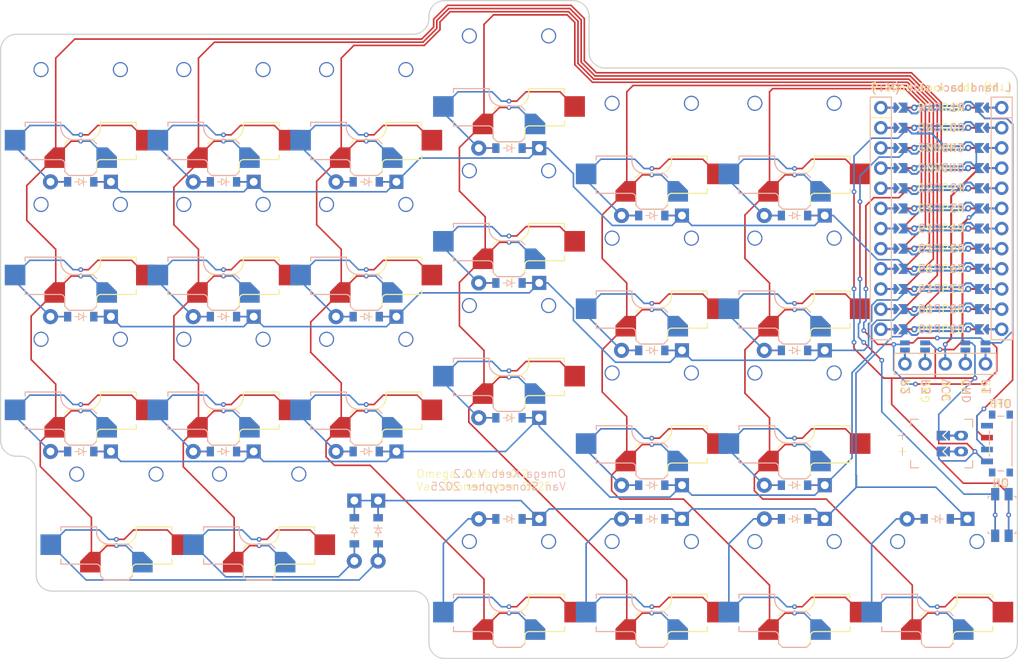
<source format=kicad_pcb>
(kicad_pcb (version 20240108) (generator "pcbnew") (generator_version "8.0")
  (title_block (title "omega_pcb") (date "2025-01-05") (rev "v1.0.0") (company "Unknown"))
  (layers (0 "F.Cu" signal) (31 "B.Cu" signal) (34 "B.Paste" user) (35 "F.Paste" user) (36 "B.SilkS" user "B.Silkscreen") (37 "F.SilkS" user "F.Silkscreen") (38 "B.Mask" user) (39 "F.Mask" user) (44 "Edge.Cuts" user))
  (net 0 "")
  (net 1 "P9")
  (net 2 "outer_bottom")
  (net 3 "GND")
  (net 4 "outer_home")
  (net 5 "outer_top")
  (net 6 "P8")
  (net 7 "pinky_bottom")
  (net 8 "pinky_home")
  (net 9 "pinky_top")
  (net 10 "P7")
  (net 11 "ring_bottom")
  (net 12 "ring_home")
  (net 13 "ring_top")
  (net 14 "P6")
  (net 15 "middle_bottom")
  (net 16 "middle_home")
  (net 17 "middle_top")
  (net 18 "P5")
  (net 19 "index_bottom")
  (net 20 "index_home")
  (net 21 "index_top")
  (net 22 "P4")
  (net 23 "inner_bottom")
  (net 24 "inner_home")
  (net 25 "inner_top")
  (net 26 "first_only")
  (net 27 "second_only")
  (net 28 "third_only")
  (net 29 "fourth_only")
  (net 30 "fifth_only")
  (net 31 "sixth_only")
  (net 32 "P16")
  (net 33 "P14")
  (net 34 "P15")
  (net 35 "P10")
  (net 36 "RAW")
  (net 37 "RST")
  (net 38 "VCC")
  (net 39 "P21")
  (net 40 "P20")
  (net 41 "P19")
  (net 42 "P18")
  (net 43 "P1")
  (net 44 "P0")
  (net 45 "P2")
  (net 46 "P3")
  (net 47 "MCU1_24")
  (net 48 "MCU1_1")
  (net 49 "MCU1_23")
  (net 50 "MCU1_2")
  (net 51 "MCU1_22")
  (net 52 "MCU1_3")
  (net 53 "MCU1_21")
  (net 54 "MCU1_4")
  (net 55 "MCU1_20")
  (net 56 "MCU1_5")
  (net 57 "MCU1_19")
  (net 58 "MCU1_6")
  (net 59 "MCU1_18")
  (net 60 "MCU1_7")
  (net 61 "MCU1_17")
  (net 62 "MCU1_8")
  (net 63 "MCU1_16")
  (net 64 "MCU1_9")
  (net 65 "MCU1_15")
  (net 66 "MCU1_10")
  (net 67 "MCU1_14")
  (net 68 "MCU1_11")
  (net 69 "MCU1_13")
  (net 70 "MCU1_12")
  (net 71 "DISP1_1")
  (net 72 "DISP1_2")
  (net 73 "DISP1_4")
  (net 74 "DISP1_5")
  (net 75 "BAT_P")
  (net 76 "JST1_1")
  (net 77 "JST1_2")
  (footprint "ComboDiode" (layer "F.Cu") (at 130 97.5 180)
    (property "Reference" "D21" (hide yes))
    (property "Value" "" (hide yes))
  )
  (footprint "ComboDiode" (layer "F.Cu") (at 58 55 180)
    (property "Reference" "D6" (hide yes))
    (property "Value" "" (hide yes))
  )
  (footprint "ComboDiode" (layer "F.Cu") (at 130 59.25 180)
    (property "Reference" "D18" (hide yes))
    (property "Value" "" (hide yes))
  )
  (footprint "ComboDiode" (layer "F.Cu") (at 94 84.75 180)
    (property "Reference" "D10" (hide yes))
    (property "Value" "" (hide yes))
  )
  (footprint "ComboDiode" (layer "F.Cu") (at 130 93.25 180)
    (property "Reference" "D16" (hide yes))
    (property "Value" "" (hide yes))
  )
  (footprint "ComboDiode" (layer "F.Cu") (at 76 89 180)
    (property "Reference" "D7" (hide yes))
    (property "Value" "" (hide yes))
  )
  (footprint "ComboDiode" (layer "F.Cu") (at 40 72 180)
    (property "Reference" "D2" (hide yes))
    (property "Value" "" (hide yes))
  )
  (footprint "ComboDiode" (layer "F.Cu") (at 40 55 180)
    (property "Reference" "D3" (hide yes))
    (property "Value" "" (hide yes))
  )
  (footprint "ComboDiode" (layer "F.Cu") (at 130 76.25 180)
    (property "Reference" "D17" (hide yes))
    (property "Value" "" (hide yes))
  )
  (footprint "ceoloide:mounting_hole_npth" (layer "F.Cu") (at 49 54.5)
    (property "Reference" "MH1" (hide yes))
    (property "Value" "")
  )
  (footprint "ceoloide:display_nice_view" (layer "F.Cu") (at 149 61.25)
    (property "Reference" "DISP1" (hide yes))
    (property "Value" "")
  )
  (footprint "ComboDiode" (layer "F.Cu") (at 40 89 180)
    (property "Reference" "D1" (hide yes))
    (property "Value" "" (hide yes))
  )
  (footprint "ComboDiode" (layer "F.Cu") (at 76 72 180)
    (property "Reference" "D8" (hide yes))
    (property "Value" "" (hide yes))
  )
  (footprint "ComboDiode" (layer "F.Cu") (at 148 97.5 180)
    (property "Reference" "D22" (hide yes))
    (property "Value" "" (hide yes))
  )
  (footprint "ComboDiode" (layer "F.Cu") (at 77.5 99 -90)
    (property "Reference" "D23" (hide yes))
    (property "Value" "" (hide yes))
  )
  (footprint "ceoloide:mounting_hole_npth" (layer "F.Cu") (at 139 97)
    (property "Reference" "MH2" (hide yes))
    (property "Value" "")
  )
  (footprint "ComboDiode" (layer "F.Cu") (at 58 89 180)
    (property "Reference" "D4" (hide yes))
    (property "Value" "" (hide yes))
  )
  (footprint "ComboDiode" (layer "F.Cu") (at 112 93.25 180)
    (property "Reference" "D13" (hide yes))
    (property "Value" "" (hide yes))
  )
  (footprint "ComboDiode" (layer "F.Cu") (at 94 50.75 180)
    (property "Reference" "D12" (hide yes))
    (property "Value" "" (hide yes))
  )
  (footprint "ComboDiode" (layer "F.Cu") (at 94 97.5 180)
    (property "Reference" "D19" (hide yes))
    (property "Value" "" (hide yes))
  )
  (footprint "ComboDiode" (layer "F.Cu") (at 94 67.75 180)
    (property "Reference" "D11" (hide yes))
    (property "Value" "" (hide yes))
  )
  (footprint "ComboDiode" (layer "F.Cu") (at 74.5 99 -90)
    (property "Reference" "D24" (hide yes))
    (property "Value" "" (hide yes))
  )
  (footprint "ComboDiode" (layer "F.Cu") (at 76 55 180)
    (property "Reference" "D9" (hide yes))
    (property "Value" "" (hide yes))
  )
  (footprint "ComboDiode" (layer "F.Cu") (at 112 97.5 180)
    (property "Reference" "D20" (hide yes))
    (property "Value" "" (hide yes))
  )
  (footprint "ComboDiode" (layer "F.Cu") (at 112 59.25 180)
    (property "Reference" "D15" (hide yes))
    (property "Value" "" (hide yes))
  )
  (footprint "ComboDiode" (layer "F.Cu") (at 112 76.25 180)
    (property "Reference" "D14" (hide yes))
    (property "Value" "" (hide yes))
  )
  (footprint "ComboDiode" (layer "F.Cu") (at 58 72 180)
    (property "Reference" "D5" (hide yes))
    (property "Value" "" (hide yes))
  )
  (footprint "ceoloide:switch_choc_v1_v2" (layer "B.Cu") (at 94 105.5 180)
    (property "Reference" "S21" (hide yes))
    (property "Value" "")
  )
  (footprint "ceoloide:reset_switch_smd_side" (layer "B.Cu") (at 156.15 97 -90)
    (property "Reference" "RST1" (hide yes))
    (property "Value" "")
  )
  (footprint "ceoloide:switch_choc_v1_v2" (layer "B.Cu") (at 62.5 97 180)
    (property "Reference" "S20" (hide yes))
    (property "Value" "")
  )
  (footprint "ceoloide:switch_choc_v1_v2" (layer "B.Cu") (at 58 63 180)
    (property "Reference" "S5" (hide yes))
    (property "Value" "")
  )
  (footprint "ceoloide:switch_choc_v1_v2" (layer "B.Cu") (at 112 84.25 180)
    (property "Reference" "S13" (hide yes))
    (property "Value" "")
  )
  (footprint "ceoloide:switch_choc_v1_v2" (layer "B.Cu") (at 58 80 180)
    (property "Reference" "S4" (hide yes))
    (property "Value" "")
  )
  (footprint "ceoloide:switch_choc_v1_v2" (layer "B.Cu") (at 58 46 180)
    (property "Reference" "S6" (hide yes))
    (property "Value" "")
  )
  (footprint "ceoloide:switch_choc_v1_v2" (layer "B.Cu") (at 94 58.75 180)
    (property "Reference" "S11" (hide yes))
    (property "Value" "")
  )
  (footprint "ceoloide:switch_choc_v1_v2" (layer "B.Cu") (at 94 41.75 180)
    (property "Reference" "S12" (hide yes))
    (property "Value" "")
  )
  (footprint "ceoloide:switch_choc_v1_v2" (layer "B.Cu") (at 40 63 180)
    (property "Reference" "S2" (hide yes))
    (property "Value" "")
  )
  (footprint "ceoloide:switch_choc_v1_v2" (layer "B.Cu") (at 40 46 180)
    (property "Reference" "S3" (hide yes))
    (property "Value" "")
  )
  (footprint "ceoloide:battery_connector_jst_ph_2" (layer "B.Cu") (at 151 88 -90)
    (property "Reference" "JST1" (hide yes))
    (property "Value" "")
  )
  (footprint "ceoloide:mcu_nice_nano" (layer "B.Cu") (at 148.5 58.35)
    (property "Reference" "MCU1" (hide yes))
    (property "Value" "")
  )
  (footprint "ceoloide:switch_choc_v1_v2" (layer "B.Cu") (at 130 50.25 180)
    (property "Reference" "S18" (hide yes))
    (property "Value" "")
  )
  (footprint "ceoloide:switch_choc_v1_v2" (layer "B.Cu") (at 112 105.5 180)
    (property "Reference" "S22" (hide yes))
    (property "Value" "")
  )
  (footprint "ceoloide:switch_choc_v1_v2" (layer "B.Cu") (at 76 80 180)
    (property "Reference" "S7" (hide yes))
    (property "Value" "")
  )
  (footprint "ceoloide:switch_choc_v1_v2" (layer "B.Cu") (at 40 80 180)
    (property "Reference" "S1" (hide yes))
    (property "Value" "")
  )
  (footprint "ceoloide:switch_choc_v1_v2" (layer "B.Cu") (at 148 105.5 180)
    (property "Reference" "S24" (hide yes))
    (property "Value" "")
  )
  (footprint "ceoloide:switch_choc_v1_v2" (layer "B.Cu") (at 112 50.25 180)
    (property "Reference" "S15" (hide yes))
    (property "Value" "")
  )
  (footprint "ceoloide:switch_choc_v1_v2" (layer "B.Cu") (at 44.5 97 180)
    (property "Reference" "S19" (hide yes))
    (property "Value" "")
  )
  (footprint "ceoloide:switch_choc_v1_v2" (layer "B.Cu") (at 130 105.5 180)
    (property "Reference" "S23" (hide yes))
    (property "Value" "")
  )
  (footprint "ceoloide:switch_choc_v1_v2" (layer "B.Cu") (at 130 67.25 180)
    (property "Reference" "S17" (hide yes))
    (property "Value" "")
  )
  (footprint "ceoloide:power_switch_smd_side" (layer "B.Cu") (at 156 88)
    (property "Reference" "PWR1" (hide yes))
    (property "Value" "")
  )
  (footprint "ceoloide:switch_choc_v1_v2" (layer "B.Cu") (at 76 46 180)
    (property "Reference" "S9" (hide yes))
    (property "Value" "")
  )
  (footprint "ceoloide:switch_choc_v1_v2" (layer "B.Cu") (at 130 84.25 180)
    (property "Reference" "S16" (hide yes))
    (property "Value" "")
  )
  (footprint "ceoloide:switch_choc_v1_v2" (layer "B.Cu") (at 94 75.75 180)
    (property "Reference" "S10" (hide yes))
    (property "Value" "")
  )
  (footprint "ceoloide:switch_choc_v1_v2" (layer "B.Cu") (at 112 67.25 180)
    (property "Reference" "S14" (hide yes))
    (property "Value" "")
  )
  (footprint "ceoloide:switch_choc_v1_v2" (layer "B.Cu") (at 76 63 180)
    (property "Reference" "S8" (hide yes))
    (property "Value" "")
  )
  (gr_line (start 85.9 32.15) (end 102.1 32.15) (stroke (width 0.15)) (layer "Edge.Cuts"))
  (gr_line (start 104.1 34.15) (end 104.1 38.65) (stroke (width 0.15)) (layer "Edge.Cuts"))
  (gr_arc (start 32.4 89.6) (mid 33.814214 90.185786) (end 34.4 91.6) (stroke (width 0.15)) (layer "Edge.Cuts"))
  (gr_arc (start 31.9 89.6) (mid 30.485786 89.014214) (end 29.9 87.6) (stroke (width 0.15)) (layer "Edge.Cuts"))
  (gr_arc (start 29.9 38.4) (mid 30.485786 36.985786) (end 31.9 36.4) (stroke (width 0.15)) (layer "Edge.Cuts"))
  (gr_arc (start 158.1 113.1) (mid 157.514214 114.514214) (end 156.1 115.1) (stroke (width 0.15)) (layer "Edge.Cuts"))
  (gr_arc (start 106.1 40.65) (mid 104.685786 40.064214) (end 104.1 38.65) (stroke (width 0.15)) (layer "Edge.Cuts"))
  (gr_arc (start 85.9 115.1) (mid 84.485786 114.514214) (end 83.9 113.1) (stroke (width 0.15)) (layer "Edge.Cuts"))
  (gr_arc (start 83.9 34.4) (mid 83.314214 35.814214) (end 81.9 36.4) (stroke (width 0.15)) (layer "Edge.Cuts"))
  (gr_line (start 106.1 40.65) (end 156.1 40.65) (stroke (width 0.15)) (layer "Edge.Cuts"))
  (gr_arc (start 102.1 32.15) (mid 103.514214 32.735786) (end 104.1 34.15) (stroke (width 0.15)) (layer "Edge.Cuts"))
  (gr_line (start 81.9 106.6) (end 36.4 106.6) (stroke (width 0.15)) (layer "Edge.Cuts"))
  (gr_arc (start 81.9 106.6) (mid 83.314214 107.185786) (end 83.9 108.6) (stroke (width 0.15)) (layer "Edge.Cuts"))
  (gr_arc (start 156.1 40.65) (mid 157.514214 41.235786) (end 158.1 42.65) (stroke (width 0.15)) (layer "Edge.Cuts"))
  (gr_line (start 31.9 36.4) (end 81.9 36.4) (stroke (width 0.15)) (layer "Edge.Cuts"))
  (gr_line (start 83.9 113.1) (end 83.9 108.6) (stroke (width 0.15)) (layer "Edge.Cuts"))
  (gr_line (start 83.9 34.4) (end 83.9 34.15) (stroke (width 0.15)) (layer "Edge.Cuts"))
  (gr_line (start 32.4 89.6) (end 31.9 89.6) (stroke (width 0.15)) (layer "Edge.Cuts"))
  (gr_line (start 34.4 104.6) (end 34.4 91.6) (stroke (width 0.15)) (layer "Edge.Cuts"))
  (gr_line (start 156.1 115.1) (end 85.9 115.1) (stroke (width 0.15)) (layer "Edge.Cuts"))
  (gr_line (start 158.1 113.1) (end 158.1 42.65) (stroke (width 0.15)) (layer "Edge.Cuts"))
  (gr_arc (start 83.9 34.15) (mid 84.485786 32.735786) (end 85.9 32.15) (stroke (width 0.15)) (layer "Edge.Cuts"))
  (gr_line (start 29.9 87.6) (end 29.9 38.4) (stroke (width 0.15)) (layer "Edge.Cuts"))
  (gr_arc (start 36.4 106.6) (mid 34.985786 106.014214) (end 34.4 104.6) (stroke (width 0.15)) (layer "Edge.Cuts"))
  (gr_text "Omega Keeb V 0.2\nVan Stonecypher 2025" (at 101.25 94 0) (layer "B.SilkS") (effects (font (size 1 1) (thickness 0.1)) (justify left bottom mirror)))
  (gr_text "Omega Keeb V 0.2\nVan Stonecypher 2025" (at 82.25 94 0) (layer "F.SilkS") (effects (font (size 1 1) (thickness 0.1)) (justify left bottom)))
  (segment (start 43.3 100.875) (end 44.5 100.875) (width 0.2) (layer "F.Cu") (net 1))
  (segment (start 148.5 68.6399) (end 143.725 73.4149) (width 0.2) (layer "F.Cu") (net 1))
  (segment (start 103.5 39.7398) (end 105.01 41.25) (width 0.2) (layer "F.Cu") (net 1))
  (segment (start 82.9898 37) (end 84.5 35.4898) (width 0.2) (layer "F.Cu") (net 1))
  (segment (start 144.75 41.25) (end 148.5 45) (width 0.2) (layer "F.Cu") (net 1))
  (segment (start 34.9015 90.8821) (end 41.35 97.3306) (width 0.2) (layer "F.Cu") (net 1))
  (segment (start 143.725 73.4149) (end 143.725 73.59) (width 0.2) (layer "F.Cu") (net 1))
  (segment (start 84.5 34.5) (end 86.25 32.75) (width 0.2) (layer "F.Cu") (net 1))
  (segment (start 36.725 85.95) (end 38.8 83.875) (width 0.2) (layer "F.Cu") (net 1))
  (segment (start 41.225 102.95) (end 43.3 100.875) (width 0.2) (layer "F.Cu") (net 1))
  (segment (start 103.5 34.4118) (end 103.5 39.7398) (width 0.2) (layer "F.Cu") (net 1))
  (segment (start 36.725 51.95) (end 36.85 51.825) (width 0.2) (layer "F.Cu") (net 1))
  (segment (start 33.75 77.4115) (end 36.85 80.5115) (width 0.2) (layer "F.Cu") (net 1))
  (segment (start 34.9015 87.7735) (end 34.9015 90.8821) (width 0.2) (layer "F.Cu") (net 1))
  (segment (start 105.01 41.25) (end 144.75 41.25) (width 0.2) (layer "F.Cu") (net 1))
  (segment (start 36.725 68.95) (end 36.85 68.825) (width 0.2) (layer "F.Cu") (net 1))
  (segment (start 86.25 32.75) (end 101.838 32.75) (width 0.2) (layer "F.Cu") (net 1))
  (segment (start 36.85 85.825) (end 36.725 85.95) (width 0.2) (layer "F.Cu") (net 1))
  (segment (start 36.85 51.825) (end 36.85 39.4) (width 0.2) (layer "F.Cu") (net 1))
  (segment (start 36.85 51.825) (end 38.8 49.875) (width 0.2) (layer "F.Cu") (net 1))
  (segment (start 36.725 51.95) (end 33.2 55.475) (width 0.2) (layer "F.Cu") (net 1))
  (segment (start 38.8 83.875) (end 40 83.875) (width 0.2) (layer "F.Cu") (net 1))
  (segment (start 36.85 80.5115) (end 36.85 85.825) (width 0.2) (layer "F.Cu") (net 1))
  (segment (start 33.2 55.475) (end 33.2 59.8615) (width 0.2) (layer "F.Cu") (net 1))
  (segment (start 33.75 71.925) (end 33.75 77.4115) (width 0.2) (layer "F.Cu") (net 1))
  (segment (start 36.85 39.4) (end 39.25 37) (width 0.2) (layer "F.Cu") (net 1))
  (segment (start 41.35 97.3306) (end 41.35 102.825) (width 0.2) (layer "F.Cu") (net 1))
  (segment (start 41.35 102.825) (end 41.225 102.95) (width 0.2) (layer "F.Cu") (net 1))
  (segment (start 38.8 49.875) (end 40 49.875) (width 0.2) (layer "F.Cu") (net 1))
  (segment (start 38.8 66.875) (end 40 66.875) (width 0.2) (layer "F.Cu") (net 1))
  (segment (start 39.25 37) (end 82.9898 37) (width 0.2) (layer "F.Cu") (net 1))
  (segment (start 143.725 73.59) (end 145.1 73.59) (width 0.25) (layer "F.Cu") (net 1))
  (segment (start 101.838 32.75) (end 103.5 34.4118) (width 0.2) (layer "F.Cu") (net 1))
  (segment (start 36.85 63.5115) (end 36.85 68.825) (width 0.2) (layer "F.Cu") (net 1))
  (segment (start 148.5 45) (end 148.5 68.6399) (width 0.2) (layer "F.Cu") (net 1))
  (segment (start 36.725 85.95) (end 34.9015 87.7735) (width 0.2) (layer "F.Cu") (net 1))
  (segment (start 36.725 68.95) (end 33.75 71.925) (width 0.2) (layer "F.Cu") (net 1))
  (segment (start 33.2 59.8615) (end 36.85 63.5115) (width 0.2) (layer "F.Cu") (net 1))
  (segment (start 36.85 68.825) (end 38.8 66.875) (width 0.2) (layer "F.Cu") (net 1))
  (segment (start 84.5 35.4898) (end 84.5 34.5) (width 0.2) (layer "F.Cu") (net 1))
  (via (at 40 49.875) (size 0.6) (drill 0.3) (layers "F.Cu" "B.Cu") (net 1))
  (via (at 40 83.875) (size 0.6) (drill 0.3) (layers "F.Cu" "B.Cu") (net 1))
  (via (at 44.5 100.875) (size 0.6) (drill 0.3) (layers "F.Cu" "B.Cu") (net 1))
  (via (at 40 66.875) (size 0.6) (drill 0.3) (layers "F.Cu" "B.Cu") (net 1))
  (segment (start 152.925 73.59) (end 152.2 72.865) (width 0.25) (layer "B.Cu") (net 1))
  (segment (start 153.275 73.59) (end 152.925 73.59) (width 0.25) (layer "B.Cu") (net 1))
  (segment (start 41.2 66.875) (end 40 66.875) (width 0.2) (layer "B.Cu") (net 1))
  (segment (start 43.275 85.95) (end 41.2 83.875) (width 0.2) (layer "B.Cu") (net 1))
  (segment (start 47.775 102.95) (end 45.7 100.875) (width 0.2) (layer "B.Cu") (net 1))
  (segment (start 41.2 49.875) (end 40 49.875) (width 0.2) (layer "B.Cu") (net 1))
  (segment (start 151.6 72.865) (end 151.095 73.37) (width 0.25) (layer "B.Cu") (net 1))
  (segment (start 151.095 73.37) (end 145.32 73.37) (width 0.25) (layer "B.Cu") (net 1))
  (segment (start 41.2 83.875) (end 40 83.875) (width 0.2) (layer "B.Cu") (net 1))
  (segment (start 43.275 68.95) (end 41.2 66.875) (width 0.2) (layer "B.Cu") (net 1))
  (segment (start 152.2 72.865) (end 151.6 72.865) (width 0.25) (layer "B.Cu") (net 1))
  (segment (start 43.275 51.95) (end 41.2 49.875) (width 0.2) (layer "B.Cu") (net 1))
  (segment (start 145.1 73.59) (end 145.32 73.37) (width 0.2) (layer "B.Cu") (net 1))
  (segment (start 45.7 100.875) (end 44.5 100.875) (width 0.2) (layer "B.Cu") (net 1))
  (segment (start 48.275 83.75) (end 46.421 81.896) (width 0.2) (layer "F.Cu") (net 2))
  (segment (start 46.421 81.896) (end 42.154 81.896) (width 0.2) (layer "F.Cu") (net 2))
  (segment (start 42.154 81.896) (end 40.975 83.075) (width 0.2) (layer "F.Cu") (net 2))
  (segment (start 36.19 89) (end 38.35 89) (width 0.2) (layer "F.Cu") (net 2))
  (segment (start 40.975 83.075) (end 40 83.075) (width 0.2) (layer "F.Cu") (net 2))
  (via (at 40 83.075) (size 0.6) (drill 0.3) (layers "F.Cu" "B.Cu") (net 2))
  (segment (start 31.725 83.75) (end 33.579 81.896) (width 0.2) (layer "B.Cu") (net 2))
  (segment (start 33.579 81.896) (end 37.8598 81.896) (width 0.2) (layer "B.Cu") (net 2))
  (segment (start 31.725 83.75) (end 31.725 84.535) (width 0.2) (layer "B.Cu") (net 2))
  (segment (start 39.0388 83.075) (end 40 83.075) (width 0.2) (layer "B.Cu") (net 2))
  (segment (start 37.8598 81.896) (end 39.0388 83.075) (width 0.2) (layer "B.Cu") (net 2))
  (segment (start 36.19 89) (end 38.35 89) (width 0.2) (layer "B.Cu") (net 2))
  (segment (start 31.725 84.535) (end 36.19 89) (width 0.2) (layer "B.Cu") (net 2))
  (segment (start 151.282 93) (end 155.625 93) (width 0.2) (layer "F.Cu") (net 3))
  (segment (start 141.25 79.75) (end 137.5 76) (width 0.2) (layer "F.Cu") (net 3))
  (segment (start 157 97) (end 157 99.625) (width 0.2) (layer "F.Cu") (net 3))
  (segment (start 147.06 75.3) (end 146.46 75.3) (width 0.2) (layer "F.Cu") (net 3))
  (segment (start 152.75 79.75) (end 147.75 79.75) (width 0.2) (layer "F.Cu") (net 3))
  (segment (start 157 94.375) (end 157 97) (width 0.2) (layer "F.Cu") (net 3))
  (segment (start 147.75 75.99) (end 147.06 75.3) (width 0.2) (layer "F.Cu") (net 3))
  (segment (start 153.275 48.19) (end 151.9 48.19) (width 0.25) (layer "F.Cu") (net 3))
  (segment (start 142.25 83.066) (end 142.25 79.75) (width 0.2) (layer "F.Cu") (net 3))
  (segment (start 143.725 50.73) (end 145.1 50.73) (width 0.25) (layer "F.Cu") (net 3))
  (segment (start 148.184 89.9017) (end 148.184 89) (width 0.2) (layer "F.Cu") (net 3))
  (segment (start 151.282 93) (end 148.184 89.9017) (width 0.2) (layer "F.Cu") (net 3))
  (segment (start 137.5 56.25) (end 137.5 68.5) (width 0.2) (layer "F.Cu") (net 3))
  (segment (start 147.75 79.75) (end 147.75 75.99) (width 0.2) (layer "F.Cu") (net 3))
  (segment (start 148.184 89) (end 142.25 83.066) (width 0.2) (layer "F.Cu") (net 3))
  (segment (start 137.5 76) (end 137.5 75.24142) (width 0.2) (layer "F.Cu") (net 3))
  (segment (start 142.25 79.75) (end 141.25 79.75) (width 0.2) (layer "F.Cu") (net 3))
  (segment (start 152.75 79.75) (end 142.25 79.75) (width 0.2) (layer "F.Cu") (net 3))
  (segment (start 155.625 93) (end 157 94.375) (width 0.2) (layer "F.Cu") (net 3))
  (segment (start 143.725 53.27) (end 145.1 53.27) (width 0.25) (layer "F.Cu") (net 3))
  (via (at 157 97) (size 0.6) (drill 0.3) (layers "F.Cu" "B.Cu") (net 3))
  (via (at 152.75 79.75) (size 0.6) (drill 0.3) (layers "F.Cu" "B.Cu") (net 3))
  (via (at 137.5 68.5) (size 0.6) (drill 0.3) (layers "F.Cu" "B.Cu") (net 3))
  (via (at 137.5 75.24142) (size 0.6) (drill 0.3) (layers "F.Cu" "B.Cu") (net 3))
  (via (at 137.5 56.25) (size 0.6) (drill 0.3) (layers "F.Cu" "B.Cu") (net 3))
  (segment (start 143.725 48.82) (end 143.725 48.19) (width 0.2) (layer "B.Cu") (net 3))
  (segment (start 143.725 48.19) (end 144.075 48.19) (width 0.25) (layer "B.Cu") (net 3))
  (segment (start 137.5 56.25) (end 137.5 51.75) (width 0.2) (layer "B.Cu") (net 3))
  (segment (start 145.32 50.51) (end 145.1 50.73) (width 0.2) (layer "B.Cu") (net 3))
  (segment (start 137.5 75.24142) (end 137.5 68.5) (width 0.2) (layer "B.Cu") (net 3))
  (segment (start 157 94.375) (end 157 97) (width 0.2) (layer "B.Cu") (net 3))
  (segment (start 152.662 53.0075) (end 152.925 52.745) (width 0.2) (layer "B.Cu") (net 3))
  (segment (start 152.75 75.71) (end 152.34 75.3) (width 0.2) (layer "B.Cu") (net 3))
  (segment (start 153.275 53.27) (end 152.925 53.27) (width 0.25) (layer "B.Cu") (net 3))
  (segment (start 152.75 79.75) (end 148.184 84.316) (width 0.2) (layer "B.Cu") (net 3))
  (segment (start 151.6 50.005) (end 151.095 50.51) (width 0.25) (layer "B.Cu") (net 3))
  (segment (start 143.045 49.5) (end 143.725 48.82) (width 0.2) (layer "B.Cu") (net 3))
  (segment (start 145.895 48.42) (end 151.67 48.42) (width 0.25) (layer "B.Cu") (net 3))
  (segment (start 152.925 52.745) (end 152.925 50.73) (width 0.2) (layer "B.Cu") (net 3))
  (segment (start 152.2 52.545) (end 151.6 52.545) (width 0.25) (layer "B.Cu") (net 3))
  (segment (start 148.184 84.316) (end 148.184 87) (width 0.2) (layer "B.Cu") (net 3))
  (segment (start 152.662 53.0075) (end 152.2 52.545) (width 0.25) (layer "B.Cu") (net 3))
  (segment (start 137.5 51.75) (end 139.75 49.5) (width 0.2) (layer "B.Cu") (net 3))
  (segment (start 145.4 48.915) (end 145.895 48.42) (width 0.25) (layer "B.Cu") (net 3))
  (segment (start 144.075 48.19) (end 144.8 48.915) (width 0.25) (layer "B.Cu") (net 3))
  (segment (start 148.904 50.51) (end 147.309 48.915) (width 0.25) (layer "B.Cu") (net 3))
  (segment (start 148.904 50.51) (end 145.32 50.51) (width 0.25) (layer "B.Cu") (net 3))
  (segment (start 151.67 48.42) (end 151.9 48.19) (width 0.2) (layer "B.Cu") (net 3))
  (segment (start 151.095 50.51) (end 148.904 50.51) (width 0.25) (layer "B.Cu") (net 3))
  (segment (start 152.925 53.27) (end 152.662 53.0075) (width 0.25) (layer "B.Cu") (net 3))
  (segment (start 147.309 48.915) (end 145.4 48.915) (width 0.25) (layer "B.Cu") (net 3))
  (segment (start 157 97) (end 157 99.625) (width 0.2) (layer "B.Cu") (net 3))
  (segment (start 153.275 50.73) (end 152.925 50.73) (width 0.25) (layer "B.Cu") (net 3))
  (segment (start 144.8 48.915) (end 145.4 48.915) (width 0.25) (layer "B.Cu") (net 3))
  (segment (start 152.2 50.005) (end 151.6 50.005) (width 0.25) (layer "B.Cu") (net 3))
  (segment (start 139.75 49.5) (end 143.045 49.5) (width 0.2) (layer "B.Cu") (net 3))
  (segment (start 152.34 75.3) (end 151.54 75.3) (width 0.2) (layer "B.Cu") (net 3))
  (segment (start 145.32 53.05) (end 145.1 53.27) (width 0.2) (layer "B.Cu") (net 3))
  (segment (start 151.095 53.05) (end 145.32 53.05) (width 0.25) (layer "B.Cu") (net 3))
  (segment (start 151.6 52.545) (end 151.095 53.05) (width 0.25) (layer "B.Cu") (net 3))
  (segment (start 152.925 50.73) (end 152.2 50.005) (width 0.25) (layer "B.Cu") (net 3))
  (segment (start 152.75 79.75) (end 152.75 75.71) (width 0.2) (layer "B.Cu") (net 3))
  (segment (start 48.275 66.75) (end 46.421 64.896) (width 0.2) (layer "F.Cu") (net 4))
  (segment (start 46.421 64.896) (end 42.154 64.896) (width 0.2) (layer "F.Cu") (net 4))
  (segment (start 40.975 66.075) (end 40 66.075) (width 0.2) (layer "F.Cu") (net 4))
  (segment (start 42.154 64.896) (end 40.975 66.075) (width 0.2) (layer "F.Cu") (net 4))
  (segment (start 36.19 72) (end 38.35 72) (width 0.2) (layer "F.Cu") (net 4))
  (via (at 40 66.075) (size 0.6) (drill 0.3) (layers "F.Cu" "B.Cu") (net 4))
  (segment (start 31.725 66.75) (end 31.725 67.535) (width 0.2) (layer "B.Cu") (net 4))
  (segment (start 37.8598 64.896) (end 39.0388 66.075) (width 0.2) (layer "B.Cu") (net 4))
  (segment (start 39.0388 66.075) (end 40 66.075) (width 0.2) (layer "B.Cu") (net 4))
  (segment (start 31.725 66.75) (end 33.579 64.896) (width 0.2) (layer "B.Cu") (net 4))
  (segment (start 33.579 64.896) (end 37.8598 64.896) (width 0.2) (layer "B.Cu") (net 4))
  (segment (start 36.19 72) (end 38.35 72) (width 0.2) (layer "B.Cu") (net 4))
  (segment (start 31.725 67.535) (end 36.19 72) (width 0.2) (layer "B.Cu") (net 4))
  (segment (start 36.19 55) (end 38.35 55) (width 0.2) (layer "F.Cu") (net 5))
  (segment (start 40.975 49.075) (end 40 49.075) (width 0.2) (layer "F.Cu") (net 5))
  (segment (start 48.275 49.75) (end 46.421 47.896) (width 0.2) (layer "F.Cu") (net 5))
  (segment (start 42.154 47.896) (end 40.975 49.075) (width 0.2) (layer "F.Cu") (net 5))
  (segment (start 46.421 47.896) (end 42.154 47.896) (width 0.2) (layer "F.Cu") (net 5))
  (via (at 40 49.075) (size 0.6) (drill 0.3) (layers "F.Cu" "B.Cu") (net 5))
  (segment (start 33.579 47.896) (end 37.8598 47.896) (width 0.2) (layer "B.Cu") (net 5))
  (segment (start 31.725 49.75) (end 33.579 47.896) (width 0.2) (layer "B.Cu") (net 5))
  (segment (start 31.725 50.535) (end 36.19 55) (width 0.2) (layer "B.Cu") (net 5))
  (segment (start 39.0388 49.075) (end 40 49.075) (width 0.2) (layer "B.Cu") (net 5))
  (segment (start 31.725 49.75) (end 31.725 50.535) (width 0.2) (layer "B.Cu") (net 5))
  (segment (start 37.8598 47.896) (end 39.0388 49.075) (width 0.2) (layer "B.Cu") (net 5))
  (segment (start 36.19 55) (end 38.35 55) (width 0.2) (layer "B.Cu") (net 5))
  (segment (start 54.85 51.825) (end 54.85 39.4) (width 0.2) (layer "F.Cu") (net 6))
  (segment (start 56.85 37.4) (end 83.1555 37.4) (width 0.2) (layer "F.Cu") (net 6))
  (segment (start 103.1 34.5775) (end 103.1 39.9055) (width 0.2) (layer "F.Cu") (net 6))
  (segment (start 101.673 33.15) (end 103.1 34.5775) (width 0.2) (layer "F.Cu") (net 6))
  (segment (start 51.75 71.925) (end 51.75 77.4115) (width 0.2) (layer "F.Cu") (net 6))
  (segment (start 148 45.066) (end 148 66.775) (width 0.2) (layer "F.Cu") (net 6))
  (segment (start 148 66.775) (end 143.725 71.05) (width 0.2) (layer "F.Cu") (net 6))
  (segment (start 54.725 51.95) (end 54.725 52.6937) (width 0.2) (layer "F.Cu") (net 6))
  (segment (start 61.3 100.875) (end 62.5 100.875) (width 0.2) (layer "F.Cu") (net 6))
  (segment (start 84.9 35.6555) (end 84.9 34.6657) (width 0.2) (layer "F.Cu") (net 6))
  (segment (start 54.725 68.95) (end 54.85 68.825) (width 0.2) (layer "F.Cu") (net 6))
  (segment (start 51.75 60.4115) (end 54.85 63.5115) (width 0.2) (layer "F.Cu") (net 6))
  (segment (start 51.75 55.6687) (end 51.75 60.4115) (width 0.2) (layer "F.Cu") (net 6))
  (segment (start 54.85 68.825) (end 56.8 66.875) (width 0.2) (layer "F.Cu") (net 6))
  (segment (start 54.725 51.95) (end 54.85 51.825) (width 0.2) (layer "F.Cu") (net 6))
  (segment (start 54.85 63.5115) (end 54.85 68.825) (width 0.2) (layer "F.Cu") (net 6))
  (segment (start 59.35 102.825) (end 59.225 102.95) (width 0.2) (layer "F.Cu") (net 6))
  (segment (start 54.725 85.95) (end 52.9375 87.7375) (width 0.2) (layer "F.Cu") (net 6))
  (segment (start 59.35 102.825) (end 61.3 100.875) (width 0.2) (layer "F.Cu") (net 6))
  (segment (start 54.85 80.5115) (end 54.85 85.825) (width 0.2) (layer "F.Cu") (net 6))
  (segment (start 144.584 41.65) (end 148 45.066) (width 0.2) (layer "F.Cu") (net 6))
  (segment (start 52.9375 87.7375) (end 52.9375 90.9375) (width 0.2) (layer "F.Cu") (net 6))
  (segment (start 103.1 39.9055) (end 104.844 41.65) (width 0.2) (layer "F.Cu") (net 6))
  (segment (start 54.85 51.825) (end 56.8 49.875) (width 0.2) (layer "F.Cu") (net 6))
  (segment (start 54.85 39.4) (end 56.85 37.4) (width 0.2) (layer "F.Cu") (net 6))
  (segment (start 56.8 49.875) (end 58 49.875) (width 0.2) (layer "F.Cu") (net 6))
  (segment (start 143.725 71.05) (end 145.1 71.05) (width 0.25) (layer "F.Cu") (net 6))
  (segment (start 83.1555 37.4) (end 84.9 35.6555) (width 0.2) (layer "F.Cu") (net 6))
  (segment (start 86.4157 33.15) (end 101.673 33.15) (width 0.2) (layer "F.Cu") (net 6))
  (segment (start 51.75 77.4115) (end 54.85 80.5115) (width 0.2) (layer "F.Cu") (net 6))
  (segment (start 54.85 85.825) (end 54.725 85.95) (width 0.2) (layer "F.Cu") (net 6))
  (segment (start 52.9375 90.9375) (end 59.35 97.35) (width 0.2) (layer "F.Cu") (net 6))
  (segment (start 84.9 34.6657) (end 86.4157 33.15) (width 0.2) (layer "F.Cu") (net 6))
  (segment (start 54.725 52.6937) (end 51.75 55.6687) (width 0.2) (layer "F.Cu") (net 6))
  (segment (start 56.8 83.875) (end 58 83.875) (width 0.2) (layer "F.Cu") (net 6))
  (segment (start 54.725 68.95) (end 51.75 71.925) (width 0.2) (layer "F.Cu") (net 6))
  (segment (start 56.8 66.875) (end 58 66.875) (width 0.2) (layer "F.Cu") (net 6))
  (segment (start 104.844 41.65) (end 144.584 41.65) (width 0.2) (layer "F.Cu") (net 6))
  (segment (start 59.35 97.35) (end 59.35 102.825) (width 0.2) (layer "F.Cu") (net 6))
  (segment (start 54.85 85.825) (end 56.8 83.875) (width 0.2) (layer "F.Cu") (net 6))
  (via (at 58 49.875) (size 0.6) (drill 0.3) (layers "F.Cu" "B.Cu") (net 6))
  (via (at 62.5 100.875) (size 0.6) (drill 0.3) (layers "F.Cu" "B.Cu") (net 6))
  (via (at 58 83.875) (size 0.6) (drill 0.3) (layers "F.Cu" "B.Cu") (net 6))
  (via (at 58 66.875) (size 0.6) (drill 0.3) (layers "F.Cu" "B.Cu") (net 6))
  (segment (start 153.275 71.05) (end 152.925 71.05) (width 0.25) (layer "B.Cu") (net 6))
  (segment (start 65.775 102.95) (end 63.7 100.875) (width 0.2) (layer "B.Cu") (net 6))
  (segment (start 151.6 70.325) (end 151.095 70.83) (width 0.25) (layer "B.Cu") (net 6))
  (segment (start 61.275 51.95) (end 59.2 49.875) (width 0.2) (layer "B.Cu") (net 6))
  (segment (start 151.095 70.83) (end 145.32 70.83) (width 0.25) (layer "B.Cu") (net 6))
  (segment (start 152.2 70.325) (end 151.6 70.325) (width 0.25) (layer "B.Cu") (net 6))
  (segment (start 63.7 100.875) (end 62.5 100.875) (width 0.2) (layer "B.Cu") (net 6))
  (segment (start 59.2 49.875) (end 58 49.875) (width 0.2) (layer "B.Cu") (net 6))
  (segment (start 59.2 66.875) (end 58 66.875) (width 0.2) (layer "B.Cu") (net 6))
  (segment (start 152.925 71.05) (end 152.2 70.325) (width 0.25) (layer "B.Cu") (net 6))
  (segment (start 145.1 71.05) (end 145.32 70.83) (width 0.2) (layer "B.Cu") (net 6))
  (segment (start 59.2 83.875) (end 58 83.875) (width 0.2) (layer "B.Cu") (net 6))
  (segment (start 61.275 85.95) (end 59.2 83.875) (width 0.2) (layer "B.Cu") (net 6))
  (segment (start 61.275 68.95) (end 59.2 66.875) (width 0.2) (layer "B.Cu") (net 6))
  (segment (start 66.275 83.75) (end 64.421 81.896) (width 0.2) (layer "F.Cu") (net 7))
  (segment (start 54.19 89) (end 56.35 89) (width 0.2) (layer "F.Cu") (net 7))
  (segment (start 64.421 81.896) (end 60.154 81.896) (width 0.2) (layer "F.Cu") (net 7))
  (segment (start 58.975 83.075) (end 58 83.075) (width 0.2) (layer "F.Cu") (net 7))
  (segment (start 60.154 81.896) (end 58.975 83.075) (width 0.2) (layer "F.Cu") (net 7))
  (via (at 58 83.075) (size 0.6) (drill 0.3) (layers "F.Cu" "B.Cu") (net 7))
  (segment (start 49.725 84.535) (end 54.19 89) (width 0.2) (layer "B.Cu") (net 7))
  (segment (start 49.725 83.75) (end 51.579 81.896) (width 0.2) (layer "B.Cu") (net 7))
  (segment (start 49.725 83.75) (end 49.725 84.535) (width 0.2) (layer "B.Cu") (net 7))
  (segment (start 57.0388 83.075) (end 58 83.075) (width 0.2) (layer "B.Cu") (net 7))
  (segment (start 55.8598 81.896) (end 57.0388 83.075) (width 0.2) (layer "B.Cu") (net 7))
  (segment (start 54.19 89) (end 56.35 89) (width 0.2) (layer "B.Cu") (net 7))
  (segment (start 51.579 81.896) (end 55.8598 81.896) (width 0.2) (layer "B.Cu") (net 7))
  (segment (start 58.975 66.075) (end 58 66.075) (width 0.2) (layer "F.Cu") (net 8))
  (segment (start 66.275 66.75) (end 64.421 64.896) (width 0.2) (layer "F.Cu") (net 8))
  (segment (start 64.421 64.896) (end 60.154 64.896) (width 0.2) (layer "F.Cu") (net 8))
  (segment (start 60.154 64.896) (end 58.975 66.075) (width 0.2) (layer "F.Cu") (net 8))
  (segment (start 54.19 72) (end 56.35 72) (width 0.2) (layer "F.Cu") (net 8))
  (via (at 58 66.075) (size 0.6) (drill 0.3) (layers "F.Cu" "B.Cu") (net 8))
  (segment (start 49.725 67.535) (end 54.19 72) (width 0.2) (layer "B.Cu") (net 8))
  (segment (start 54.19 72) (end 56.35 72) (width 0.2) (layer "B.Cu") (net 8))
  (segment (start 57.0388 66.075) (end 58 66.075) (width 0.2) (layer "B.Cu") (net 8))
  (segment (start 49.725 66.75) (end 51.579 64.896) (width 0.2) (layer "B.Cu") (net 8))
  (segment (start 55.8598 64.896) (end 57.0388 66.075) (width 0.2) (layer "B.Cu") (net 8))
  (segment (start 51.579 64.896) (end 55.8598 64.896) (width 0.2) (layer "B.Cu") (net 8))
  (segment (start 49.725 66.75) (end 49.725 67.535) (width 0.2) (layer "B.Cu") (net 8))
  (segment (start 66.275 49.75) (end 64.421 47.896) (width 0.2) (layer "F.Cu") (net 9))
  (segment (start 58.975 49.075) (end 58 49.075) (width 0.2) (layer "F.Cu") (net 9))
  (segment (start 54.19 55) (end 56.35 55) (width 0.2) (layer "F.Cu") (net 9))
  (segment (start 64.421 47.896) (end 60.154 47.896) (width 0.2) (layer "F.Cu") (net 9))
  (segment (start 60.154 47.896) (end 58.975 49.075) (width 0.2) (layer "F.Cu") (net 9))
  (via (at 58 49.075) (size 0.6) (drill 0.3) (layers "F.Cu" "B.Cu") (net 9))
  (segment (start 49.725 49.75) (end 51.579 47.896) (width 0.2) (layer "B.Cu") (net 9))
  (segment (start 54.19 55) (end 56.35 55) (width 0.2) (layer "B.Cu") (net 9))
  (segment (start 51.579 47.896) (end 55.8598 47.896) (width 0.2) (layer "B.Cu") (net 9))
  (segment (start 49.725 49.75) (end 49.725 50.535) (width 0.2) (layer "B.Cu") (net 9))
  (segment (start 49.725 50.535) (end 54.19 55) (width 0.2) (layer "B.Cu") (net 9))
  (segment (start 57.0388 49.075) (end 58 49.075) (width 0.2) (layer "B.Cu") (net 9))
  (segment (start 55.8598 47.896) (end 57.0388 49.075) (width 0.2) (layer "B.Cu") (net 9))
  (segment (start 90.85 111.325) (end 92.8 109.375) (width 0.2) (layer "F.Cu") (net 10))
  (segment (start 72.85 63.5115) (end 72.85 68.825) (width 0.2) (layer "F.Cu") (net 10))
  (segment (start 143.725 68.51) (end 145.1 68.51) (width 0.25) (layer "F.Cu") (net 10))
  (segment (start 102.7 34.7431) (end 102.7 40.0712) (width 0.2) (layer "F.Cu") (net 10))
  (segment (start 90.85 105.1) (end 90.85 110.6706) (width 0.2) (layer "F.Cu") (net 10))
  (segment (start 69.75 54.925) (end 69.75 60.4115) (width 0.2) (layer "F.Cu") (net 10))
  (segment (start 85.3 35.8212) (end 85.3 34.8314) (width 0.2) (layer "F.Cu") (net 10))
  (segment (start 74.8 83.875) (end 76 83.875) (width 0.2) (layer "F.Cu") (net 10))
  (segment (start 74.45 37.8) (end 83.3212 37.8) (width 0.2) (layer "F.Cu") (net 10))
  (segment (start 72.85 85.825) (end 72.725 85.95) (width 0.2) (layer "F.Cu") (net 10))
  (segment (start 144.419 42.05) (end 147.5 45.131) (width 0.2) (layer "F.Cu") (net 10))
  (segment (start 72.725 68.95) (end 69 72.675) (width 0.2) (layer "F.Cu") (net 10))
  (segment (start 92.8 109.375) (end 94 109.375) (width 0.2) (layer "F.Cu") (net 10))
  (segment (start 102.7 40.0712) (end 104.679 42.05) (width 0.2) (layer "F.Cu") (net 10))
  (segment (start 72.725 68.95) (end 74.8 66.875) (width 0.2) (layer "F.Cu") (net 10))
  (segment (start 70.9375 89.6875) (end 72 90.75) (width 0.2) (layer "F.Cu") (net 10))
  (segment (start 76.5 90.75) (end 90.85 105.1) (width 0.2) (layer "F.Cu") (net 10))
  (segment (start 83.3212 37.8) (end 85.3 35.8212) (width 0.2) (layer "F.Cu") (net 10))
  (segment (start 69 72.675) (end 69 76.5) (width 0.2) (layer "F.Cu") (net 10))
  (segment (start 101.507 33.55) (end 102.7 34.7431) (width 0.2) (layer "F.Cu") (net 10))
  (segment (start 69.75 60.4115) (end 72.85 63.5115) (width 0.2) (layer "F.Cu") (net 10))
  (segment (start 70.9375 87.7375) (end 70.9375 89.6875) (width 0.2) (layer "F.Cu") (net 10))
  (segment (start 72.725 51.95) (end 74.8 49.875) (width 0.2) (layer "F.Cu") (net 10))
  (segment (start 72.85 68.825) (end 72.725 68.95) (width 0.2) (layer "F.Cu") (net 10))
  (segment (start 72.725 51.95) (end 69.75 54.925) (width 0.2) (layer "F.Cu") (net 10))
  (segment (start 86.5814 33.55) (end 101.507 33.55) (width 0.2) (layer "F.Cu") (net 10))
  (segment (start 72.85 39.4) (end 74.45 37.8) (width 0.2) (layer "F.Cu") (net 10))
  (segment (start 90.85 110.6706) (end 90.725 110.7956) (width 0.2) (layer "F.Cu") (net 10))
  (segment (start 72.85 80.35) (end 72.85 85.825) (width 0.2) (layer "F.Cu") (net 10))
  (segment (start 72.85 51.825) (end 72.85 39.4) (width 0.2) (layer "F.Cu") (net 10))
  (segment (start 90.85 110.6706) (end 90.85 111.325) (width 0.2) (layer "F.Cu") (net 10))
  (segment (start 72 90.75) (end 76.5 90.75) (width 0.2) (layer "F.Cu") (net 10))
  (segment (start 72.725 51.95) (end 72.85 51.825) (width 0.2) (layer "F.Cu") (net 10))
  (segment (start 147.5 45.131) (end 147.5 64.735) (width 0.2) (layer "F.Cu") (net 10))
  (segment (start 85.3 34.8314) (end 86.5814 33.55) (width 0.2) (layer "F.Cu") (net 10))
  (segment (start 69 76.5) (end 72.85 80.35) (width 0.2) (layer "F.Cu") (net 10))
  (segment (start 74.8 66.875) (end 76 66.875) (width 0.2) (layer "F.Cu") (net 10))
  (segment (start 90.725 110.7956) (end 90.725 111.45) (width 0.2) (layer "F.Cu") (net 10))
  (segment (start 147.5 64.735) (end 143.725 68.51) (width 0.2) (layer "F.Cu") (net 10))
  (segment (start 74.8 49.875) (end 76 49.875) (width 0.2) (layer "F.Cu") (net 10))
  (segment (start 72.725 85.95) (end 70.9375 87.7375) (width 0.2) (layer "F.Cu") (net 10))
  (segment (start 104.679 42.05) (end 144.419 42.05) (width 0.2) (layer "F.Cu") (net 10))
  (segment (start 72.85 85.825) (end 74.8 83.875) (width 0.2) (layer "F.Cu") (net 10))
  (via (at 94 109.375) (size 0.6) (drill 0.3) (layers "F.Cu" "B.Cu") (net 10))
  (via (at 76 49.875) (size 0.6) (drill 0.3) (layers "F.Cu" "B.Cu") (net 10))
  (via (at 76 66.875) (size 0.6) (drill 0.3) (layers "F.Cu" "B.Cu") (net 10))
  (via (at 76 83.875) (size 0.6) (drill 0.3) (layers "F.Cu" "B.Cu") (net 10))
  (segment (start 151.6 67.785) (end 151.095 68.29) (width 0.25) (layer "B.Cu") (net 10))
  (segment (start 152.925 68.51) (end 152.2 67.785) (width 0.25) (layer "B.Cu") (net 10))
  (segment (start 153.275 68.51) (end 152.925 68.51) (width 0.25) (layer "B.Cu") (net 10))
  (segment (start 79.275 68.95) (end 77.2 66.875) (width 0.2) (layer "B.Cu") (net 10))
  (segment (start 151.095 68.29) (end 145.32 68.29) (width 0.25) (layer "B.Cu") (net 10))
  (segment (start 145.1 68.51) (end 145.32 68.29) (width 0.2) (layer "B.Cu") (net 10))
  (segment (start 77.2 66.875) (end 76 66.875) (width 0.2) (layer "B.Cu") (net 10))
  (segment (start 79.275 85.95) (end 77.2 83.875) (width 0.2) (layer "B.Cu") (net 10))
  (segment (start 77.2 49.875) (end 76 49.875) (width 0.2) (layer "B.Cu") (net 10))
  (segment (start 97.275 111.45) (end 95.2 109.375) (width 0.2) (layer "B.Cu") (net 10))
  (segment (start 152.2 67.785) (end 151.6 67.785) (width 0.25) (layer "B.Cu") (net 10))
  (segment (start 95.2 109.375) (end 94 109.375) (width 0.2) (layer "B.Cu") (net 10))
  (segment (start 77.2 83.875) (end 76 83.875) (width 0.2) (layer "B.Cu") (net 10))
  (segment (start 79.275 51.95) (end 77.2 49.875) (width 0.2) (layer "B.Cu") (net 10))
  (segment (start 84.275 83.75) (end 82.421 81.896) (width 0.2) (layer "F.Cu") (net 11))
  (segment (start 74.35 89) (end 72.19 89) (width 0.2) (layer "F.Cu") (net 11))
  (segment (start 78.154 81.896) (end 76.975 83.075) (width 0.2) (layer "F.Cu") (net 11))
  (segment (start 82.421 81.896) (end 78.154 81.896) (width 0.2) (layer "F.Cu") (net 11))
  (segment (start 76.975 83.075) (end 76 83.075) (width 0.2) (layer "F.Cu") (net 11))
  (via (at 76 83.075) (size 0.6) (drill 0.3) (layers "F.Cu" "B.Cu") (net 11))
  (segment (start 67.725 83.75) (end 69.579 81.896) (width 0.2) (layer "B.Cu") (net 11))
  (segment (start 75.0388 83.075) (end 76 83.075) (width 0.2) (layer "B.Cu") (net 11))
  (segment (start 69.579 81.896) (end 73.8598 81.896) (width 0.2) (layer "B.Cu") (net 11))
  (segment (start 67.725 83.75) (end 67.725 84.535) (width 0.2) (layer "B.Cu") (net 11))
  (segment (start 73.8598 81.896) (end 75.0388 83.075) (width 0.2) (layer "B.Cu") (net 11))
  (segment (start 72.19 89) (end 74.35 89) (width 0.2) (layer "B.Cu") (net 11))
  (segment (start 67.725 84.535) (end 72.19 89) (width 0.2) (layer "B.Cu") (net 11))
  (segment (start 78.154 64.896) (end 76.975 66.075) (width 0.2) (layer "F.Cu") (net 12))
  (segment (start 84.275 66.75) (end 82.421 64.896) (width 0.2) (layer "F.Cu") (net 12))
  (segment (start 82.421 64.896) (end 78.154 64.896) (width 0.2) (layer "F.Cu") (net 12))
  (segment (start 76.975 66.075) (end 76 66.075) (width 0.2) (layer "F.Cu") (net 12))
  (segment (start 74.35 72) (end 72.19 72) (width 0.2) (layer "F.Cu") (net 12))
  (via (at 76 66.075) (size 0.6) (drill 0.3) (layers "F.Cu" "B.Cu") (net 12))
  (segment (start 67.725 67.535) (end 72.19 72) (width 0.2) (layer "B.Cu") (net 12))
  (segment (start 75.0388 66.075) (end 76 66.075) (width 0.2) (layer "B.Cu") (net 12))
  (segment (start 69.579 64.896) (end 73.8598 64.896) (width 0.2) (layer "B.Cu") (net 12))
  (segment (start 67.725 66.75) (end 67.725 67.535) (width 0.2) (layer "B.Cu") (net 12))
  (segment (start 73.8598 64.896) (end 75.0388 66.075) (width 0.2) (layer "B.Cu") (net 12))
  (segment (start 72.19 72) (end 74.35 72) (width 0.2) (layer "B.Cu") (net 12))
  (segment (start 67.725 66.75) (end 69.579 64.896) (width 0.2) (layer "B.Cu") (net 12))
  (segment (start 82.421 47.896) (end 78.154 47.896) (width 0.2) (layer "F.Cu") (net 13))
  (segment (start 78.154 47.896) (end 76.975 49.075) (width 0.2) (layer "F.Cu") (net 13))
  (segment (start 74.35 55) (end 72.19 55) (width 0.2) (layer "F.Cu") (net 13))
  (segment (start 84.275 49.75) (end 82.421 47.896) (width 0.2) (layer "F.Cu") (net 13))
  (segment (start 76.975 49.075) (end 76 49.075) (width 0.2) (layer "F.Cu") (net 13))
  (via (at 76 49.075) (size 0.6) (drill 0.3) (layers "F.Cu" "B.Cu") (net 13))
  (segment (start 67.725 50.535) (end 72.19 55) (width 0.2) (layer "B.Cu") (net 13))
  (segment (start 67.725 49.75) (end 69.579 47.896) (width 0.2) (layer "B.Cu") (net 13))
  (segment (start 72.19 55) (end 74.35 55) (width 0.2) (layer "B.Cu") (net 13))
  (segment (start 75.0388 49.075) (end 76 49.075) (width 0.2) (layer "B.Cu") (net 13))
  (segment (start 69.579 47.896) (end 73.8598 47.896) (width 0.2) (layer "B.Cu") (net 13))
  (segment (start 67.725 49.75) (end 67.725 50.535) (width 0.2) (layer "B.Cu") (net 13))
  (segment (start 73.8598 47.896) (end 75.0388 49.075) (width 0.2) (layer "B.Cu") (net 13))
  (segment (start 90.85 35.15) (end 92.05 33.95) (width 0.2) (layer "F.Cu") (net 14))
  (segment (start 92.05 33.95) (end 101.341 33.95) (width 0.2) (layer "F.Cu") (net 14))
  (segment (start 88.9375 83.4875) (end 88.9375 85.3125) (width 0.2) (layer "F.Cu") (net 14))
  (segment (start 90.725 64.7) (end 91 64.425) (width 0.2) (layer "F.Cu") (net 14))
  (segment (start 102.3 40.2369) (end 104.513 42.45) (width 0.2) (layer "F.Cu") (net 14))
  (segment (start 87.75 73.1615) (end 90.85 76.2615) (width 0.2) (layer "F.Cu") (net 14))
  (segment (start 92.8 79.625) (end 94 79.625) (width 0.2) (layer "F.Cu") (net 14))
  (segment (start 102.3 34.9088) (end 102.3 40.2369) (width 0.2) (layer "F.Cu") (net 14))
  (segment (start 90.85 76.2615) (end 90.85 81.575) (width 0.2) (layer "F.Cu") (net 14))
  (segment (start 104.513 42.45) (end 144.253 42.45) (width 0.2) (layer "F.Cu") (net 14))
  (segment (start 143.725 65.97) (end 145.1 65.97) (width 0.25) (layer "F.Cu") (net 14))
  (segment (start 88.9375 85.3125) (end 108.85 105.225) (width 0.2) (layer "F.Cu") (net 14))
  (segment (start 101.341 33.95) (end 102.3 34.9088) (width 0.2) (layer "F.Cu") (net 14))
  (segment (start 90.85 81.575) (end 90.725 81.7) (width 0.2) (layer "F.Cu") (net 14))
  (segment (start 90.85 81.575) (end 92.8 79.625) (width 0.2) (layer "F.Cu") (net 14))
  (segment (start 108.85 105.225) (end 108.85 111.325) (width 0.2) (layer "F.Cu") (net 14))
  (segment (start 144.253 42.45) (end 147 45.197) (width 0.2) (layer "F.Cu") (net 14))
  (segment (start 87.75 67.675) (end 87.75 73.1615) (width 0.2) (layer "F.Cu") (net 14))
  (segment (start 108.85 111.325) (end 108.725 111.45) (width 0.2) (layer "F.Cu") (net 14))
  (segment (start 90.85 47.575) (end 90.85 35.15) (width 0.2) (layer "F.Cu") (net 14))
  (segment (start 147 62.695) (end 143.725 65.97) (width 0.2) (layer "F.Cu") (net 14))
  (segment (start 147 45.197) (end 147 62.695) (width 0.2) (layer "F.Cu") (net 14))
  (segment (start 92.8 62.625) (end 94 62.625) (width 0.2) (layer "F.Cu") (net 14))
  (segment (start 90.725 47.7) (end 90.85 47.575) (width 0.2) (layer "F.Cu") (net 14))
  (segment (start 90.725 64.7) (end 87.75 67.675) (width 0.2) (layer "F.Cu") (net 14))
  (segment (start 90.725 81.7) (end 88.9375 83.4875) (width 0.2) (layer "F.Cu") (net 14))
  (segment (start 87.75 50.675) (end 87.75 56.1615) (width 0.2) (layer "F.Cu") (net 14))
  (segment (start 90.725 47.7) (end 87.75 50.675) (width 0.2) (layer "F.Cu") (net 14))
  (segment (start 91 64.425) (end 92.8 62.625) (width 0.2) (layer "F.Cu") (net 14))
  (segment (start 90.725 47.7) (end 92.8 45.625) (width 0.2) (layer "F.Cu") (net 14))
  (segment (start 87.75 56.1615) (end 91 59.4115) (width 0.2) (layer "F.Cu") (net 14))
  (segment (start 92.8 45.625) (end 94 45.625) (width 0.2) (layer "F.Cu") (net 14))
  (segment (start 91 59.4115) (end 91 64.425) (width 0.2) (layer "F.Cu") (net 14))
  (segment (start 110.8 109.375) (end 112 109.375) (width 0.2) (layer "F.Cu") (net 14))
  (segment (start 108.725 111.45) (end 110.8 109.375) (width 0.2) (layer "F.Cu") (net 14))
  (via (at 94 79.625) (size 0.6) (drill 0.3) (layers "F.Cu" "B.Cu") (net 14))
  (via (at 112 109.375) (size 0.6) (drill 0.3) (layers "F.Cu" "B.Cu") (net 14))
  (via (at 94 45.625) (size 0.6) (drill 0.3) (layers "F.Cu" "B.Cu") (net 14))
  (via (at 94 62.625) (size 0.6) (drill 0.3) (layers "F.Cu" "B.Cu") (net 14))
  (segment (start 95.2 62.625) (end 94 62.625) (width 0.2) (layer "B.Cu") (net 14))
  (segment (start 95.2 45.625) (end 94 45.625) (width 0.2) (layer "B.Cu") (net 14))
  (segment (start 152.2 65.245) (end 151.6 65.245) (width 0.25) (layer "B.Cu") (net 14))
  (segment (start 145.1 65.97) (end 145.32 65.75) (width 0.2) (layer "B.Cu") (net 14))
  (segment (start 153.275 65.97) (end 152.925 65.97) (width 0.25) (layer "B.Cu") (net 14))
  (segment (start 97.275 81.7) (end 95.2 79.625) (width 0.2) (layer "B.Cu") (net 14))
  (segment (start 151.095 65.75) (end 145.32 65.75) (width 0.25) (layer "B.Cu") (net 14))
  (segment (start 115.275 111.45) (end 113.2 109.375) (width 0.2) (layer "B.Cu") (net 14))
  (segment (start 152.925 65.97) (end 152.2 65.245) (width 0.25) (layer "B.Cu") (net 14))
  (segment (start 97.275 47.7) (end 95.2 45.625) (width 0.2) (layer "B.Cu") (net 14))
  (segment (start 95.2 79.625) (end 94 79.625) (width 0.2) (layer "B.Cu") (net 14))
  (segment (start 97.275 64.7) (end 95.2 62.625) (width 0.2) (layer "B.Cu") (net 14))
  (segment (start 151.6 65.245) (end 151.095 65.75) (width 0.25) (layer "B.Cu") (net 14))
  (segment (start 113.2 109.375) (end 112 109.375) (width 0.2) (layer "B.Cu") (net 14))
  (segment (start 102.275 79.5) (end 100.421 77.646) (width 0.2) (layer "F.Cu") (net 15))
  (segment (start 90.19 84.75) (end 92.35 84.75) (width 0.2) (layer "F.Cu") (net 15))
  (segment (start 100.421 77.646) (end 96.154 77.646) (width 0.2) (layer "F.Cu") (net 15))
  (segment (start 96.154 77.646) (end 94.975 78.825) (width 0.2) (layer "F.Cu") (net 15))
  (segment (start 94.975 78.825) (end 94 78.825) (width 0.2) (layer "F.Cu") (net 15))
  (via (at 94 78.825) (size 0.6) (drill 0.3) (layers "F.Cu" "B.Cu") (net 15))
  (segment (start 91.8598 77.646) (end 93.0388 78.825) (width 0.2) (layer "B.Cu") (net 15))
  (segment (start 93.0388 78.825) (end 94 78.825) (width 0.2) (layer "B.Cu") (net 15))
  (segment (start 85.725 80.285) (end 90.19 84.75) (width 0.2) (layer "B.Cu") (net 15))
  (segment (start 90.19 84.75) (end 92.35 84.75) (width 0.2) (layer "B.Cu") (net 15))
  (segment (start 85.725 79.5) (end 87.579 77.646) (width 0.2) (layer "B.Cu") (net 15))
  (segment (start 87.579 77.646) (end 91.8598 77.646) (width 0.2) (layer "B.Cu") (net 15))
  (segment (start 85.725 79.5) (end 85.725 80.285) (width 0.2) (layer "B.Cu") (net 15))
  (segment (start 100.421 60.646) (end 96.154 60.646) (width 0.2) (layer "F.Cu") (net 16))
  (segment (start 90.19 67.75) (end 92.35 67.75) (width 0.2) (layer "F.Cu") (net 16))
  (segment (start 102.275 62.5) (end 100.421 60.646) (width 0.2) (layer "F.Cu") (net 16))
  (segment (start 94.975 61.825) (end 94 61.825) (width 0.2) (layer "F.Cu") (net 16))
  (segment (start 96.154 60.646) (end 94.975 61.825) (width 0.2) (layer "F.Cu") (net 16))
  (via (at 94 61.825) (size 0.6) (drill 0.3) (layers "F.Cu" "B.Cu") (net 16))
  (segment (start 87.579 60.646) (end 91.8598 60.646) (width 0.2) (layer "B.Cu") (net 16))
  (segment (start 93.0388 61.825) (end 94 61.825) (width 0.2) (layer "B.Cu") (net 16))
  (segment (start 85.725 62.5) (end 87.579 60.646) (width 0.2) (layer "B.Cu") (net 16))
  (segment (start 85.725 62.5) (end 85.725 63.285) (width 0.2) (layer "B.Cu") (net 16))
  (segment (start 85.725 63.285) (end 90.19 67.75) (width 0.2) (layer "B.Cu") (net 16))
  (segment (start 90.19 67.75) (end 92.35 67.75) (width 0.2) (layer "B.Cu") (net 16))
  (segment (start 91.8598 60.646) (end 93.0388 61.825) (width 0.2) (layer "B.Cu") (net 16))
  (segment (start 100.421 43.646) (end 96.154 43.646) (width 0.2) (layer "F.Cu") (net 17))
  (segment (start 90.19 50.75) (end 92.35 50.75) (width 0.2) (layer "F.Cu") (net 17))
  (segment (start 102.275 45.5) (end 100.421 43.646) (width 0.2) (layer "F.Cu") (net 17))
  (segment (start 96.154 43.646) (end 94.975 44.825) (width 0.2) (layer "F.Cu") (net 17))
  (segment (start 94.975 44.825) (end 94 44.825) (width 0.2) (layer "F.Cu") (net 17))
  (via (at 94 44.825) (size 0.6) (drill 0.3) (layers "F.Cu" "B.Cu") (net 17))
  (segment (start 85.725 45.5) (end 85.725 46.285) (width 0.2) (layer "B.Cu") (net 17))
  (segment (start 85.725 46.285) (end 90.19 50.75) (width 0.2) (layer "B.Cu") (net 17))
  (segment (start 90.19 50.75) (end 92.35 50.75) (width 0.2) (layer "B.Cu") (net 17))
  (segment (start 87.579 43.646) (end 91.8598 43.646) (width 0.2) (layer "B.Cu") (net 17))
  (segment (start 93.0388 44.825) (end 94 44.825) (width 0.2) (layer "B.Cu") (net 17))
  (segment (start 91.8598 43.646) (end 93.0388 44.825) (width 0.2) (layer "B.Cu") (net 17))
  (segment (start 85.725 45.5) (end 87.579 43.646) (width 0.2) (layer "B.Cu") (net 17))
  (segment (start 146.5 60.4799) (end 143.725 63.2549) (width 0.2) (layer "F.Cu") (net 18))
  (segment (start 126.725 111.45) (end 126.85 111.325) (width 0.2) (layer "F.Cu") (net 18))
  (segment (start 105.75 81.5) (end 108.85 84.6) (width 0.2) (layer "F.Cu") (net 18))
  (segment (start 108.725 56.2) (end 110.8 54.125) (width 0.2) (layer "F.Cu") (net 18))
  (segment (start 108.725 90.2) (end 106.938 91.9875) (width 0.2) (layer "F.Cu") (net 18))
  (segment (start 108.85 67.7615) (end 108.85 73.075) (width 0.2) (layer "F.Cu") (net 18))
  (segment (start 108.725 56.2) (end 105.75 59.175) (width 0.2) (layer "F.Cu") (net 18))
  (segment (start 108.85 56.075) (end 108.85 43.65) (width 0.2) (layer "F.Cu") (net 18))
  (segment (start 105.75 59.175) (end 105.75 64.6615) (width 0.2) (layer "F.Cu") (net 18))
  (segment (start 108.725 90.2) (end 110.8 88.125) (width 0.2) (layer "F.Cu") (net 18))
  (segment (start 108.85 84.6) (end 108.85 90.075) (width 0.2) (layer "F.Cu") (net 18))
  (segment (start 108 95) (end 116 95) (width 0.2) (layer "F.Cu") (net 18))
  (segment (start 108.85 73.075) (end 108.725 73.2) (width 0.2) (layer "F.Cu") (net 18))
  (segment (start 105.75 64.6615) (end 108.85 67.7615) (width 0.2) (layer "F.Cu") (net 18))
  (segment (start 105.75 76.175) (end 105.75 81.5) (width 0.2) (layer "F.Cu") (net 18))
  (segment (start 106.938 91.9875) (end 106.938 93.9375) (width 0.2) (layer "F.Cu") (net 18))
  (segment (start 146.5 45.263) (end 146.5 60.4799) (width 0.2) (layer "F.Cu") (net 18))
  (segment (start 128.8 109.375) (end 130 109.375) (width 0.2) (layer "F.Cu") (net 18))
  (segment (start 126.85 105.85) (end 126.85 111.325) (width 0.2) (layer "F.Cu") (net 18))
  (segment (start 108.725 73.2) (end 110.8 71.125) (width 0.2) (layer "F.Cu") (net 18))
  (segment (start 110.8 88.125) (end 112 88.125) (width 0.2) (layer "F.Cu") (net 18))
  (segment (start 110.8 71.125) (end 112 71.125) (width 0.2) (layer "F.Cu") (net 18))
  (segment (start 109.65 42.85) (end 144.087 42.85) (width 0.2) (layer "F.Cu") (net 18))
  (segment (start 108.85 90.075) (end 108.725 90.2) (width 0.2) (layer "F.Cu") (net 18))
  (segment (start 144.087 42.85) (end 146.5 45.263) (width 0.2) (layer "F.Cu") (net 18))
  (segment (start 106.938 93.9375) (end 108 95) (width 0.2) (layer "F.Cu") (net 18))
  (segment (start 108.85 43.65) (end 109.65 42.85) (width 0.2) (layer "F.Cu") (net 18))
  (segment (start 126.85 111.325) (end 128.8 109.375) (width 0.2) (layer "F.Cu") (net 18))
  (segment (start 110.8 54.125) (end 112 54.125) (width 0.2) (layer "F.Cu") (net 18))
  (segment (start 116 95) (end 126.85 105.85) (width 0.2) (layer "F.Cu") (net 18))
  (segment (start 143.725 63.43) (end 145.1 63.43) (width 0.25) (layer "F.Cu") (net 18))
  (segment (start 143.725 63.2549) (end 143.725 63.43) (width 0.2) (layer "F.Cu") (net 18))
  (segment (start 108.725 73.2) (end 105.75 76.175) (width 0.2) (layer "F.Cu") (net 18))
  (segment (start 108.725 56.2) (end 108.85 56.075) (width 0.2) (layer "F.Cu") (net 18))
  (via (at 112 54.125) (size 0.6) (drill 0.3) (layers "F.Cu" "B.Cu") (net 18))
  (via (at 112 88.125) (size 0.6) (drill 0.3) (layers "F.Cu" "B.Cu") (net 18))
  (via (at 112 71.125) (size 0.6) (drill 0.3) (layers "F.Cu" "B.Cu") (net 18))
  (via (at 130 109.375) (size 0.6) (drill 0.3) (layers "F.Cu" "B.Cu") (net 18))
  (segment (start 115.275 73.2) (end 113.2 71.125) (width 0.2) (layer "B.Cu") (net 18))
  (segment (start 152.2 62.705) (end 151.6 62.705) (width 0.25) (layer "B.Cu") (net 18))
  (segment (start 113.2 88.125) (end 112 88.125) (width 0.2) (layer "B.Cu") (net 18))
  (segment (start 115.275 56.2) (end 113.2 54.125) (width 0.2) (layer "B.Cu") (net 18))
  (segment (start 133.275 111.45) (end 131.2 109.375) (width 0.2) (layer "B.Cu") (net 18))
  (segment (start 145.1 63.43) (end 145.32 63.21) (width 0.2) (layer "B.Cu") (net 18))
  (segment (start 115.275 90.2) (end 113.2 88.125) (width 0.2) (layer "B.Cu") (net 18))
  (segment (start 151.6 62.705) (end 151.095 63.21) (width 0.25) (layer "B.Cu") (net 18))
  (segment (start 153.275 63.43) (end 152.925 63.43) (width 0.25) (layer "B.Cu") (net 18))
  (segment (start 131.2 109.375) (end 130 109.375) (width 0.2) (layer "B.Cu") (net 18))
  (segment (start 113.2 54.125) (end 112 54.125) (width 0.2) (layer "B.Cu") (net 18))
  (segment (start 113.2 71.125) (end 112 71.125) (width 0.2) (layer "B.Cu") (net 18))
  (segment (start 151.095 63.21) (end 145.32 63.21) (width 0.25) (layer "B.Cu") (net 18))
  (segment (start 152.925 63.43) (end 152.2 62.705) (width 0.25) (layer "B.Cu") (net 18))
  (segment (start 120.275 88) (end 118.421 86.146) (width 0.2) (layer "F.Cu") (net 19))
  (segment (start 112.975 87.325) (end 112 87.325) (width 0.2) (layer "F.Cu") (net 19))
  (segment (start 114.154 86.146) (end 112.975 87.325) (width 0.2) (layer "F.Cu") (net 19))
  (segment (start 108.19 93.25) (end 110.35 93.25) (width 0.2) (layer "F.Cu") (net 19))
  (segment (start 118.421 86.146) (end 114.154 86.146) (width 0.2) (layer "F.Cu") (net 19))
  (via (at 112 87.325) (size 0.6) (drill 0.3) (layers "F.Cu" "B.Cu") (net 19))
  (segment (start 105.579 86.146) (end 109.86 86.146) (width 0.2) (layer "B.Cu") (net 19))
  (segment (start 111.039 87.325) (end 112 87.325) (width 0.2) (layer "B.Cu") (net 19))
  (segment (start 103.725 88) (end 105.579 86.146) (width 0.2) (layer "B.Cu") (net 19))
  (segment (start 109.86 86.146) (end 111.039 87.325) (width 0.2) (layer "B.Cu") (net 19))
  (segment (start 103.725 88.785) (end 108.19 93.25) (width 0.2) (layer "B.Cu") (net 19))
  (segment (start 103.725 88) (end 103.725 88.785) (width 0.2) (layer "B.Cu") (net 19))
  (segment (start 108.19 93.25) (end 110.35 93.25) (width 0.2) (layer "B.Cu") (net 19))
  (segment (start 114.154 69.146) (end 112.975 70.325) (width 0.2) (layer "F.Cu") (net 20))
  (segment (start 120.275 71) (end 118.421 69.146) (width 0.2) (layer "F.Cu") (net 20))
  (segment (start 108.19 76.25) (end 110.35 76.25) (width 0.2) (layer "F.Cu") (net 20))
  (segment (start 112.975 70.325) (end 112 70.325) (width 0.2) (layer "F.Cu") (net 20))
  (segment (start 118.421 69.146) (end 114.154 69.146) (width 0.2) (layer "F.Cu") (net 20))
  (via (at 112 70.325) (size 0.6) (drill 0.3) (layers "F.Cu" "B.Cu") (net 20))
  (segment (start 103.725 71) (end 103.725 71.785) (width 0.2) (layer "B.Cu") (net 20))
  (segment (start 108.19 76.25) (end 110.35 76.25) (width 0.2) (layer "B.Cu") (net 20))
  (segment (start 103.725 71.785) (end 108.19 76.25) (width 0.2) (layer "B.Cu") (net 20))
  (segment (start 103.725 71) (end 105.579 69.146) (width 0.2) (layer "B.Cu") (net 20))
  (segment (start 111.039 70.325) (end 112 70.325) (width 0.2) (layer "B.Cu") (net 20))
  (segment (start 109.86 69.146) (end 111.039 70.325) (width 0.2) (layer "B.Cu") (net 20))
  (segment (start 105.579 69.146) (end 109.86 69.146) (width 0.2) (layer "B.Cu") (net 20))
  (segment (start 108.19 59.25) (end 110.35 59.25) (width 0.2) (layer "F.Cu") (net 21))
  (segment (start 118.421 52.146) (end 114.154 52.146) (width 0.2) (layer "F.Cu") (net 21))
  (segment (start 120.275 54) (end 118.421 52.146) (width 0.2) (layer "F.Cu") (net 21))
  (segment (start 114.154 52.146) (end 112.975 53.325) (width 0.2) (layer "F.Cu") (net 21))
  (segment (start 112.975 53.325) (end 112 53.325) (width 0.2) (layer "F.Cu") (net 21))
  (via (at 112 53.325) (size 0.6) (drill 0.3) (layers "F.Cu" "B.Cu") (net 21))
  (segment (start 108.19 59.25) (end 110.35 59.25) (width 0.2) (layer "B.Cu") (net 21))
  (segment (start 105.579 52.146) (end 109.86 52.146) (width 0.2) (layer "B.Cu") (net 21))
  (segment (start 111.039 53.325) (end 112 53.325) (width 0.2) (layer "B.Cu") (net 21))
  (segment (start 103.725 54) (end 105.579 52.146) (width 0.2) (layer "B.Cu") (net 21))
  (segment (start 103.725 54.785) (end 108.19 59.25) (width 0.2) (layer "B.Cu") (net 21))
  (segment (start 103.725 54) (end 103.725 54.785) (width 0.2) (layer "B.Cu") (net 21))
  (segment (start 109.86 52.146) (end 111.039 53.325) (width 0.2) (layer "B.Cu") (net 21))
  (segment (start 128.8 88.125) (end 130 88.125) (width 0.2) (layer "F.Cu") (net 22))
  (segment (start 126.85 56.075) (end 126.85 43.65) (width 0.2) (layer "F.Cu") (net 22))
  (segment (start 126.85 67.7615) (end 126.85 73.075) (width 0.2) (layer "F.Cu") (net 22))
  (segment (start 144.85 105.85) (end 144.85 111.325) (width 0.2) (layer "F.Cu") (net 22))
  (segment (start 126.725 90.2) (end 124.938 91.9875) (width 0.2) (layer "F.Cu") (net 22))
  (segment (start 126.725 56.2) (end 123.75 59.175) (width 0.2) (layer "F.Cu") (net 22))
  (segment (start 143.725 60.7149) (end 143.725 60.89) (width 0.2) (layer "F.Cu") (net 22))
  (segment (start 144.725 111.45) (end 146.8 109.375) (width 0.2) (layer "F.Cu") (net 22))
  (segment (start 128.8 71.125) (end 130 71.125) (width 0.2) (layer "F.Cu") (net 22))
  (segment (start 123.75 59.175) (end 123.75 64.6615) (width 0.2) (layer "F.Cu") (net 22))
  (segment (start 144.85 111.325) (end 144.725 111.45) (width 0.2) (layer "F.Cu") (net 22))
  (segment (start 146 45.328) (end 146 58.4399) (width 0.2) (layer "F.Cu") (net 22))
  (segment (start 126.85 43.65) (end 127.25 43.25) (width 0.2) (layer "F.Cu") (net 22))
  (segment (start 126.725 56.2) (end 126.85 56.075) (width 0.2) (layer "F.Cu") (net 22))
  (segment (start 123.75 64.6615) (end 126.85 67.7615) (width 0.2) (layer "F.Cu") (net 22))
  (segment (start 124.938 91.9875) (end 124.938 93.9375) (width 0.2) (layer "F.Cu") (net 22))
  (segment (start 134 95) (end 144.85 105.85) (width 0.2) (layer "F.Cu") (net 22))
  (segment (start 127.25 43.25) (end 143.922 43.25) (width 0.2) (layer "F.Cu") (net 22))
  (segment (start 124.938 93.9375) (end 126 95) (width 0.2) (layer "F.Cu") (net 22))
  (segment (start 126.725 73.2) (end 123.75 76.175) (width 0.2) (layer "F.Cu") (net 22))
  (segment (start 126.85 73.075) (end 126.725 73.2) (width 0.2) (layer "F.Cu") (net 22))
  (segment (start 143.922 43.25) (end 146 45.328) (width 0.2) (layer "F.Cu") (net 22))
  (segment (start 128.8 54.125) (end 130 54.125) (width 0.2) (layer "F.Cu") (net 22))
  (segment (start 126 95) (end 134 95) (width 0.2) (layer "F.Cu") (net 22))
  (segment (start 126.725 56.2) (end 128.8 54.125) (width 0.2) (layer "F.Cu") (net 22))
  (segment (start 123.75 76.175) (end 123.75 81.6615) (width 0.2) (layer "F.Cu") (net 22))
  (segment (start 126.85 90.075) (end 126.725 90.2) (width 0.2) (layer "F.Cu") (net 22))
  (segment (start 123.75 81.6615) (end 126.85 84.7615) (width 0.2) (layer "F.Cu") (net 22))
  (segment (start 126.85 84.7615) (end 126.85 90.075) (width 0.2) (layer "F.Cu") (net 22))
  (segment (start 126.85 90.075) (end 128.8 88.125) (width 0.2) (layer "F.Cu") (net 22))
  (segment (start 146 58.4399) (end 143.725 60.7149) (width 0.2) (layer "F.Cu") (net 22))
  (segment (start 146.8 109.375) (end 148 109.375) (width 0.2) (layer "F.Cu") (net 22))
  (segment (start 126.85 73.075) (end 128.8 71.125) (width 0.2) (layer "F.Cu") (net 22))
  (segment (start 143.725 60.89) (end 145.1 60.89) (width 0.25) (layer "F.Cu") (net 22))
  (via (at 148 109.375) (size 0.6) (drill 0.3) (layers "F.Cu" "B.Cu") (net 22))
  (via (at 130 54.125) (size 0.6) (drill 0.3) (layers "F.Cu" "B.Cu") (net 22))
  (via (at 130 88.125) (size 0.6) (drill 0.3) (layers "F.Cu" "B.Cu") (net 22))
  (via (at 130 71.125) (size 0.6) (drill 0.3) (layers "F.Cu" "B.Cu") (net 22))
  (segment (start 131.2 54.125) (end 130 54.125) (width 0.2) (layer "B.Cu") (net 22))
  (segment (start 133.275 90.2) (end 131.2 88.125) (width 0.2) (layer "B.Cu") (net 22))
  (segment (start 133.275 73.2) (end 131.2 71.125) (width 0.2) (layer "B.Cu") (net 22))
  (segment (start 152.2 60.165) (end 151.6 60.165) (width 0.25) (layer "B.Cu") (net 22))
  (segment (start 152.925 60.89) (end 152.2 60.165) (width 0.25) (layer "B.Cu") (net 22))
  (segment (start 133.275 56.2) (end 131.2 54.125) (width 0.2) (layer "B.Cu") (net 22))
  (segment (start 153.275 60.89) (end 152.925 60.89) (width 0.25) (layer "B.Cu") (net 22))
  (segment (start 151.6 60.165) (end 151.095 60.67) (width 0.25) (layer "B.Cu") (net 22))
  (segment (start 151.095 60.67) (end 145.32 60.67) (width 0.25) (layer "B.Cu") (net 22))
  (segment (start 145.1 60.89) (end 145.32 60.67) (width 0.2) (layer "B.Cu") (net 22))
  (segment (start 149.2 109.375) (end 148 109.375) (width 0.2) (layer "B.Cu") (net 22))
  (segment (start 131.2 71.125) (end 130 71.125) (width 0.2) (layer "B.Cu") (net 22))
  (segment (start 151.275 111.45) (end 149.2 109.375) (width 0.2) (layer "B.Cu") (net 22))
  (segment (start 131.2 88.125) (end 130 88.125) (width 0.2) (layer "B.Cu") (net 22))
  (segment (start 136.421 86.146) (end 132.154 86.146) (width 0.2) (layer "F.Cu") (net 23))
  (segment (start 138.275 88) (end 136.421 86.146) (width 0.2) (layer "F.Cu") (net 23))
  (segment (start 126.19 93.25) (end 128.35 93.25) (width 0.2) (layer "F.Cu") (net 23))
  (segment (start 132.154 86.146) (end 130.975 87.325) (width 0.2) (layer "F.Cu") (net 23))
  (segment (start 130.975 87.325) (end 130 87.325) (width 0.2) (layer "F.Cu") (net 23))
  (via (at 130 87.325) (size 0.6) (drill 0.3) (layers "F.Cu" "B.Cu") (net 23))
  (segment (start 121.725 88) (end 123.579 86.146) (width 0.2) (layer "B.Cu") (net 23))
  (segment (start 127.86 86.146) (end 129.039 87.325) (width 0.2) (layer "B.Cu") (net 23))
  (segment (start 126.19 93.25) (end 128.35 93.25) (width 0.2) (layer "B.Cu") (net 23))
  (segment (start 129.039 87.325) (end 130 87.325) (width 0.2) (layer "B.Cu") (net 23))
  (segment (start 121.725 88) (end 121.725 88.785) (width 0.2) (layer "B.Cu") (net 23))
  (segment (start 121.725 88.785) (end 126.19 93.25) (width 0.2) (layer "B.Cu") (net 23))
  (segment (start 123.579 86.146) (end 127.86 86.146) (width 0.2) (layer "B.Cu") (net 23))
  (segment (start 126.19 76.25) (end 128.35 76.25) (width 0.2) (layer "F.Cu") (net 24))
  (segment (start 132.154 69.146) (end 130.975 70.325) (width 0.2) (layer "F.Cu") (net 24))
  (segment (start 130.975 70.325) (end 130 70.325) (width 0.2) (layer "F.Cu") (net 24))
  (segment (start 138.275 71) (end 136.421 69.146) (width 0.2) (layer "F.Cu") (net 24))
  (segment (start 136.421 69.146) (end 132.154 69.146) (width 0.2) (layer "F.Cu") (net 24))
  (via (at 130 70.325) (size 0.6) (drill 0.3) (layers "F.Cu" "B.Cu") (net 24))
  (segment (start 121.725 71) (end 123.579 69.146) (width 0.2) (layer "B.Cu") (net 24))
  (segment (start 123.579 69.146) (end 127.86 69.146) (width 0.2) (layer "B.Cu") (net 24))
  (segment (start 126.19 76.25) (end 128.35 76.25) (width 0.2) (layer "B.Cu") (net 24))
  (segment (start 129.039 70.325) (end 130 70.325) (width 0.2) (layer "B.Cu") (net 24))
  (segment (start 121.725 71.785) (end 126.19 76.25) (width 0.2) (layer "B.Cu") (net 24))
  (segment (start 127.86 69.146) (end 129.039 70.325) (width 0.2) (layer "B.Cu") (net 24))
  (segment (start 121.725 71) (end 121.725 71.785) (width 0.2) (layer "B.Cu") (net 24))
  (segment (start 126.19 59.25) (end 128.35 59.25) (width 0.2) (layer "F.Cu") (net 25))
  (segment (start 138.275 54) (end 136.421 52.146) (width 0.2) (layer "F.Cu") (net 25))
  (segment (start 136.421 52.146) (end 132.154 52.146) (width 0.2) (layer "F.Cu") (net 25))
  (segment (start 132.154 52.146) (end 130.975 53.325) (width 0.2) (layer "F.Cu") (net 25))
  (segment (start 130.975 53.325) (end 130 53.325) (width 0.2) (layer "F.Cu") (net 25))
  (via (at 130 53.325) (size 0.6) (drill 0.3) (layers "F.Cu" "B.Cu") (net 25))
  (segment (start 126.19 59.25) (end 128.35 59.25) (width 0.2) (layer "B.Cu") (net 25))
  (segment (start 121.725 54.785) (end 126.19 59.25) (width 0.2) (layer "B.Cu") (net 25))
  (segment (start 129.039 53.325) (end 130 53.325) (width 0.2) (layer "B.Cu") (net 25))
  (segment (start 121.725 54) (end 121.725 54.785) (width 0.2) (layer "B.Cu") (net 25))
  (segment (start 127.86 52.146) (end 129.039 53.325) (width 0.2) (layer "B.Cu") (net 25))
  (segment (start 123.579 52.146) (end 127.86 52.146) (width 0.2) (layer "B.Cu") (net 25))
  (segment (start 121.725 54) (end 123.579 52.146) (width 0.2) (layer "B.Cu") (net 25))
  (segment (start 46.654 98.896) (end 45.475 100.075) (width 0.2) (layer "F.Cu") (net 26))
  (segment (start 45.475 100.075) (end 44.5 100.075) (width 0.2) (layer "F.Cu") (net 26))
  (segment (start 50.921 98.896) (end 46.654 98.896) (width 0.2) (layer "F.Cu") (net 26))
  (segment (start 52.775 100.75) (end 50.921 98.896) (width 0.2) (layer "F.Cu") (net 26))
  (segment (start 77.5 100.65) (end 77.5 102.81) (width 0.2) (layer "F.Cu") (net 26))
  (via (at 44.5 100.075) (size 0.6) (drill 0.3) (layers "F.Cu" "B.Cu") (net 26))
  (segment (start 40.675 105.2) (end 36.225 100.75) (width 0.2) (layer "B.Cu") (net 26))
  (segment (start 77.5 102.81) (end 75.11 105.2) (width 0.2) (layer "B.Cu") (net 26))
  (segment (start 42.3598 98.896) (end 43.5388 100.075) (width 0.2) (layer "B.Cu") (net 26))
  (segment (start 77.5 100.65) (end 77.5 102.81) (width 0.2) (layer "B.Cu") (net 26))
  (segment (start 36.225 100.75) (end 38.079 98.896) (width 0.2) (layer "B.Cu") (net 26))
  (segment (start 38.079 98.896) (end 42.3598 98.896) (width 0.2) (layer "B.Cu") (net 26))
  (segment (start 75.11 105.2) (end 40.675 105.2) (width 0.2) (layer "B.Cu") (net 26))
  (segment (start 43.5388 100.075) (end 44.5 100.075) (width 0.2) (layer "B.Cu") (net 26))
  (segment (start 70.775 100.75) (end 68.921 98.896) (width 0.2) (layer "F.Cu") (net 27))
  (segment (start 64.654 98.896) (end 63.475 100.075) (width 0.2) (layer "F.Cu") (net 27))
  (segment (start 68.921 98.896) (end 64.654 98.896) (width 0.2) (layer "F.Cu") (net 27))
  (segment (start 63.475 100.075) (end 62.5 100.075) (width 0.2) (layer "F.Cu") (net 27))
  (segment (start 74.5 100.65) (end 74.5 102.81) (width 0.2) (layer "F.Cu") (net 27))
  (via (at 62.5 100.075) (size 0.6) (drill 0.3) (layers "F.Cu" "B.Cu") (net 27))
  (segment (start 61.5388 100.075) (end 62.5 100.075) (width 0.2) (layer "B.Cu") (net 27))
  (segment (start 56.079 98.896) (end 60.3598 98.896) (width 0.2) (layer "B.Cu") (net 27))
  (segment (start 54.225 100.75) (end 56.079 98.896) (width 0.2) (layer "B.Cu") (net 27))
  (segment (start 74.5 102.81) (end 72.51 104.8) (width 0.2) (layer "B.Cu") (net 27))
  (segment (start 60.3598 98.896) (end 61.5388 100.075) (width 0.2) (layer "B.Cu") (net 27))
  (segment (start 72.51 104.8) (end 58.275 104.8) (width 0.2) (layer "B.Cu") (net 27))
  (segment (start 74.5 102.81) (end 74.5 100.65) (width 0.2) (layer "B.Cu") (net 27))
  (segment (start 58.275 104.8) (end 54.225 100.75) (width 0.2) (layer "B.Cu") (net 27))
  (segment (start 94.975 108.575) (end 94 108.575) (width 0.2) (layer "F.Cu") (net 28))
  (segment (start 100.421 107.396) (end 96.154 107.396) (width 0.2) (layer "F.Cu") (net 28))
  (segment (start 90.19 97.5) (end 92.35 97.5) (width 0.2) (layer "F.Cu") (net 28))
  (segment (start 102.275 109.25) (end 100.421 107.396) (width 0.2) (layer "F.Cu") (net 28))
  (segment (start 96.154 107.396) (end 94.975 108.575) (width 0.2) (layer "F.Cu") (net 28))
  (via (at 94 108.575) (size 0.6) (drill 0.3) (layers "F.Cu" "B.Cu") (net 28))
  (segment (start 87.579 107.396) (end 91.8598 107.396) (width 0.2) (layer "B.Cu") (net 28))
  (segment (start 85.725 109.25) (end 87.579 107.396) (width 0.2) (layer "B.Cu") (net 28))
  (segment (start 88.843 97.5) (end 90.19 97.5) (width 0.2) (layer "B.Cu") (net 28))
  (segment (start 85.725 100.618) (end 88.843 97.5) (width 0.2) (layer "B.Cu") (net 28))
  (segment (start 90.19 97.5) (end 92.35 97.5) (width 0.2) (layer "B.Cu") (net 28))
  (segment (start 91.8598 107.396) (end 93.0388 108.575) (width 0.2) (layer "B.Cu") (net 28))
  (segment (start 93.0388 108.575) (end 94 108.575) (width 0.2) (layer "B.Cu") (net 28))
  (segment (start 85.725 109.25) (end 85.725 100.618) (width 0.2) (layer "B.Cu") (net 28))
  (segment (start 114.154 107.396) (end 112.975 108.575) (width 0.2) (layer "F.Cu") (net 29))
  (segment (start 120.275 109.25) (end 118.421 107.396) (width 0.2) (layer "F.Cu") (net 29))
  (segment (start 118.421 107.396) (end 114.154 107.396) (width 0.2) (layer "F.Cu") (net 29))
  (segment (start 108.19 97.5) (end 110.35 97.5) (width 0.2) (layer "F.Cu") (net 29))
  (segment (start 112.975 108.575) (end 112 108.575) (width 0.2) (layer "F.Cu") (net 29))
  (via (at 112 108.575) (size 0.6) (drill 0.3) (layers "F.Cu" "B.Cu") (net 29))
  (segment (start 109.86 107.396) (end 111.039 108.575) (width 0.2) (layer "B.Cu") (net 29))
  (segment (start 103.725 109.25) (end 103.725 100.618) (width 0.2) (layer "B.Cu") (net 29))
  (segment (start 103.725 109.25) (end 105.579 107.396) (width 0.2) (layer "B.Cu") (net 29))
  (segment (start 110.35 97.5) (end 108.19 97.5) (width 0.2) (layer "B.Cu") (net 29))
  (segment (start 106.843 97.5) (end 108.19 97.5) (width 0.2) (layer "B.Cu") (net 29))
  (segment (start 111.039 108.575) (end 112 108.575) (width 0.2) (layer "B.Cu") (net 29))
  (segment (start 105.579 107.396) (end 109.86 107.396) (width 0.2) (layer "B.Cu") (net 29))
  (segment (start 103.725 100.618) (end 106.843 97.5) (width 0.2) (layer "B.Cu") (net 29))
  (segment (start 138.275 109.25) (end 136.421 107.396) (width 0.2) (layer "F.Cu") (net 30))
  (segment (start 130.975 108.575) (end 130 108.575) (width 0.2) (layer "F.Cu") (net 30))
  (segment (start 126.19 97.5) (end 128.35 97.5) (width 0.2) (layer "F.Cu") (net 30))
  (segment (start 132.154 107.396) (end 130.975 108.575) (width 0.2) (layer "F.Cu") (net 30))
  (segment (start 136.421 107.396) (end 132.154 107.396) (width 0.2) (layer "F.Cu") (net 30))
  (via (at 130 108.575) (size 0.6) (drill 0.3) (layers "F.Cu" "B.Cu") (net 30))
  (segment (start 121.725 100.618) (end 124.843 97.5) (width 0.2) (layer "B.Cu") (net 30))
  (segment (start 127.86 107.396) (end 129.039 108.575) (width 0.2) (layer "B.Cu") (net 30))
  (segment (start 129.039 108.575) (end 130 108.575) (width 0.2) (layer "B.Cu") (net 30))
  (segment (start 121.725 109.25) (end 121.725 100.618) (width 0.2) (layer "B.Cu") (net 30))
  (segment (start 121.725 109.25) (end 123.579 107.396) (width 0.2) (layer "B.Cu") (net 30))
  (segment (start 123.579 107.396) (end 127.86 107.396) (width 0.2) (layer "B.Cu") (net 30))
  (segment (start 124.843 97.5) (end 126.19 97.5) (width 0.2) (layer "B.Cu") (net 30))
  (segment (start 128.35 97.5) (end 126.19 97.5) (width 0.2) (layer "B.Cu") (net 30))
  (segment (start 146.35 97.5) (end 144.19 97.5) (width 0.2) (layer "F.Cu") (net 31))
  (segment (start 150.154 107.396) (end 148.975 108.575) (width 0.2) (layer "F.Cu") (net 31))
  (segment (start 154.421 107.396) (end 150.154 107.396) (width 0.2) (layer "F.Cu") (net 31))
  (segment (start 148.975 108.575) (end 148 108.575) (width 0.2) (layer "F.Cu") (net 31))
  (segment (start 156.275 109.25) (end 154.421 107.396) (width 0.2) (layer "F.Cu") (net 31))
  (via (at 148 108.575) (size 0.6) (drill 0.3) (layers "F.Cu" "B.Cu") (net 31))
  (segment (start 142.843 97.5) (end 144.19 97.5) (width 0.2) (layer "B.Cu") (net 31))
  (segment (start 147.039 108.575) (end 148 108.575) (width 0.2) (layer "B.Cu") (net 31))
  (segment (start 139.725 100.618) (end 142.843 97.5) (width 0.2) (layer "B.Cu") (net 31))
  (segment (start 139.725 109.25) (end 141.579 107.396) (width 0.2) (layer "B.Cu") (net 31))
  (segment (start 146.35 97.5) (end 144.19 97.5) (width 0.2) (layer "B.Cu") (net 31))
  (segment (start 141.579 107.396) (end 145.86 107.396) (width 0.2) (layer "B.Cu") (net 31))
  (segment (start 139.725 109.25) (end 139.725 100.618) (width 0.2) (layer "B.Cu") (net 31))
  (segment (start 145.86 107.396) (end 147.039 108.575) (width 0.2) (layer "B.Cu") (net 31))
  (segment (start 79.81 89) (end 77.65 89) (width 0.2) (layer "F.Cu") (net 32))
  (segment (start 61.81 89) (end 59.65 89) (width 0.2) (layer "F.Cu") (net 32))
  (segment (start 133.81 93.25) (end 131.65 93.25) (width 0.2) (layer "F.Cu") (net 32))
  (segment (start 97.81 84.75) (end 95.65 84.75) (width 0.2) (layer "F.Cu") (net 32))
  (segment (start 115.81 93.25) (end 113.65 93.25) (width 0.2) (layer "F.Cu") (net 32))
  (segment (start 153.275 71.05) (end 151.9 71.05) (width 0.25) (layer "F.Cu") (net 32))
  (segment (start 43.81 89) (end 41.65 89) (width 0.2) (layer "F.Cu") (net 32))
  (segment (start 145.895 71.28) (end 151.67 71.28) (width 0.25) (layer "B.Cu") (net 32))
  (segment (start 97.81 84.75) (end 97.81 85.839) (width 0.2) (layer "B.Cu") (net 32))
  (segment (start 63.0625 90.2525) (end 78.5575 90.2525) (width 0.2) (layer "B.Cu") (net 32))
  (segment (start 60.5575 90.2525) (end 61.81 89) (width 0.2) (layer "B.Cu") (net 32))
  (segment (start 41.65 89) (end 43.81 89) (width 0.2) (layer "B.Cu") (net 32))
  (segment (start 140.404 72.44) (end 139.73 73.1137) (width 0.2) (layer "B.Cu") (net 32))
  (segment (start 143.725 71.05) (end 143.725 71.1313) (width 0.2) (layer "B.Cu") (net 32))
  (segment (start 137.25 79.0558) (end 137.25 89.81) (width 0.2) (layer "B.Cu") (net 32))
  (segment (start 78.5575 90.2525) (end 79.81 89) (width 0.2) (layer "B.Cu") (net 32))
  (segment (start 143.725 71.1313) (end 142.416 72.44) (width 0.2) (layer "B.Cu") (net 32))
  (segment (start 95.65 84.75) (end 97.81 84.75) (width 0.2) (layer "B.Cu") (net 32))
  (segment (start 139.73 73.1137) (end 139.73 76.5758) (width 0.2) (layer "B.Cu") (net 32))
  (segment (start 137.25 89.81) (end 133.81 93.25) (width 0.2) (layer "B.Cu") (net 32))
  (segment (start 61.81 89) (end 63.0625 90.2525) (width 0.2) (layer "B.Cu") (net 32))
  (segment (start 79.81 89) (end 93.56 89) (width 0.2) (layer "B.Cu") (net 32))
  (segment (start 97.81 85.839) (end 106.721 94.75) (width 0.2) (layer "B.Cu") (net 32))
  (segment (start 77.65 89) (end 79.81 89) (width 0.2) (layer "B.Cu") (net 32))
  (segment (start 114.31 94.75) (end 115.81 93.25) (width 0.2) (layer "B.Cu") (net 32))
  (segment (start 143.725 71.05) (end 144.075 71.05) (width 0.25) (layer "B.Cu") (net 32))
  (segment (start 131.65 93.25) (end 133.81 93.25) (width 0.2) (layer "B.Cu") (net 32))
  (segment (start 117.062 94.5025) (end 132.558 94.5025) (width 0.2) (layer "B.Cu") (net 32))
  (segment (start 59.65 89) (end 61.81 89) (width 0.2) (layer "B.Cu") (net 32))
  (segment (start 45.0625 90.2525) (end 60.5575 90.2525) (width 0.2) (layer "B.Cu") (net 32))
  (segment (start 144.8 71.775) (end 145.4 71.775) (width 0.25) (layer "B.Cu") (net 32))
  (segment (start 151.67 71.28) (end 151.9 71.05) (width 0.2) (layer "B.Cu") (net 32))
  (segment (start 139.73 76.5758) (end 137.25 79.0558) (width 0.2) (layer "B.Cu") (net 32))
  (segment (start 132.558 94.5025) (end 133.81 93.25) (width 0.2) (layer "B.Cu") (net 32))
  (segment (start 93.56 89) (end 97.81 84.75) (width 0.2) (layer "B.Cu") (net 32))
  (segment (start 106.721 94.75) (end 114.31 94.75) (width 0.2) (layer "B.Cu") (net 32))
  (segment (start 115.81 93.25) (end 113.65 93.25) (width 0.2) (layer "B.Cu") (net 32))
  (segment (start 142.416 72.44) (end 140.404 72.44) (width 0.2) (layer "B.Cu") (net 32))
  (segment (start 145.4 71.775) (end 145.895 71.28) (width 0.25) (layer "B.Cu") (net 32))
  (segment (start 115.81 93.25) (end 117.062 94.5025) (width 0.2) (layer "B.Cu") (net 32))
  (segment (start 43.81 89) (end 45.0625 90.2525) (width 0.2) (layer "B.Cu") (net 32))
  (segment (start 144.075 71.05) (end 144.8 71.775) (width 0.25) (layer "B.Cu") (net 32))
  (segment (start 115.81 76.25) (end 113.65 76.25) (width 0.2) (layer "F.Cu") (net 33))
  (segment (start 79.81 72) (end 77.65 72) (width 0.2) (layer "F.Cu") (net 33))
  (segment (start 153.275 68.51) (end 151.9 68.51) (width 0.25) (layer "F.Cu") (net 33))
  (segment (start 43.81 72) (end 41.65 72) (width 0.2) (layer "F.Cu") (net 33))
  (segment (start 133.81 76.25) (end 131.65 76.25) (width 0.2) (layer "F.Cu") (net 33))
  (segment (start 97.81 67.75) (end 95.65 67.75) (width 0.2) (layer "F.Cu") (net 33))
  (segment (start 61.81 72) (end 59.65 72) (width 0.2) (layer "F.Cu") (net 33))
  (segment (start 143.725 68.51) (end 144.075 68.51) (width 0.25) (layer "B.Cu") (net 33))
  (segment (start 145.895 68.74) (end 151.67 68.74) (width 0.25) (layer "B.Cu") (net 33))
  (segment (start 132.558 77.5025) (end 133.81 76.25) (width 0.2) (layer "B.Cu") (net 33))
  (segment (start 131.65 76.25) (end 133.81 76.25) (width 0.2) (layer "B.Cu") (net 33))
  (segment (start 140.404 69.9) (end 142.965 69.9) (width 0.2) (layer "B.Cu") (net 33))
  (segment (start 113.65 76.25) (end 115.81 76.25) (width 0.2) (layer "B.Cu") (net 33))
  (segment (start 98.899 67.75) (end 102.125 70.976) (width 0.2) (layer "B.Cu") (net 33))
  (segment (start 102.125 70.976) (end 102.125 72.4572) (width 0.2) (layer "B.Cu") (net 33))
  (segment (start 114.31 77.75) (end 115.81 76.25) (width 0.2) (layer "B.Cu") (net 33))
  (segment (start 144.075 68.51) (end 144.8 69.235) (width 0.25) (layer "B.Cu") (net 33))
  (segment (start 61.81 72) (end 63.0625 73.2525) (width 0.2) (layer "B.Cu") (net 33))
  (segment (start 79.81 72) (end 82.81 69) (width 0.2) (layer "B.Cu") (net 33))
  (segment (start 63.0625 73.2525) (end 78.5575 73.2525) (width 0.2) (layer "B.Cu") (net 33))
  (segment (start 78.5575 73.2525) (end 79.81 72) (width 0.2) (layer "B.Cu") (net 33))
  (segment (start 90.7088 69.0025) (end 90.7113 69) (width 0.2) (layer "B.Cu") (net 33))
  (segment (start 77.65 72) (end 79.81 72) (width 0.2) (layer "B.Cu") (net 33))
  (segment (start 59.65 72) (end 61.81 72) (width 0.2) (layer "B.Cu") (net 33))
  (segment (start 139.33 72.92) (end 139.73 72.52) (width 0.2) (layer "B.Cu") (net 33))
  (segment (start 97.81 67.75) (end 98.899 67.75) (width 0.2) (layer "B.Cu") (net 33))
  (segment (start 139.73 72.52) (end 139.73 70.5737) (width 0.2) (layer "B.Cu") (net 33))
  (segment (start 43.81 72) (end 45.0625 73.2525) (width 0.2) (layer "B.Cu") (net 33))
  (segment (start 117.062 77.5025) (end 132.558 77.5025) (width 0.2) (layer "B.Cu") (net 33))
  (segment (start 144.8 69.235) (end 145.4 69.235) (width 0.25) (layer "B.Cu") (net 33))
  (segment (start 41.65 72) (end 43.81 72) (width 0.2) (layer "B.Cu") (net 33))
  (segment (start 143.725 69.14) (end 143.725 68.51) (width 0.2) (layer "B.Cu") (net 33))
  (segment (start 115.81 76.25) (end 117.062 77.5025) (width 0.2) (layer "B.Cu") (net 33))
  (segment (start 82.81 69) (end 89.6687 69) (width 0.2) (layer "B.Cu") (net 33))
  (segment (start 96.56 69) (end 97.81 67.75) (width 0.2) (layer "B.Cu") (net 33))
  (segment (start 142.965 69.9) (end 143.725 69.14) (width 0.2) (layer "B.Cu") (net 33))
  (segment (start 95.65 67.75) (end 97.81 67.75) (width 0.2) (layer "B.Cu") (net 33))
  (segment (start 107.418 77.75) (end 114.31 77.75) (width 0.2) (layer "B.Cu") (net 33))
  (segment (start 45.0625 73.2525) (end 60.5575 73.2525) (width 0.2) (layer "B.Cu") (net 33))
  (segment (start 90.7113 69) (end 96.56 69) (width 0.2) (layer "B.Cu") (net 33))
  (segment (start 145.4 69.235) (end 145.895 68.74) (width 0.25) (layer "B.Cu") (net 33))
  (segment (start 102.125 72.4572) (end 107.418 77.75) (width 0.2) (layer "B.Cu") (net 33))
  (segment (start 89.6712 69.0025) (end 90.7088 69.0025) (width 0.2) (layer "B.Cu") (net 33))
  (segment (start 138.75 76.25) (end 139.33 75.67) (width 0.2) (layer "B.Cu") (net 33))
  (segment (start 89.6687 69) (end 89.6712 69.0025) (width 0.2) (layer "B.Cu") (net 33))
  (segment (start 133.81 76.25) (end 138.75 76.25) (width 0.2) (layer "B.Cu") (net 33))
  (segment (start 139.73 70.5737) (end 140.404 69.9) (width 0.2) (layer "B.Cu") (net 33))
  (segment (start 139.33 75.67) (end 139.33 72.92) (width 0.2) (layer "B.Cu") (net 33))
  (segment (start 151.67 68.74) (end 151.9 68.51) (width 0.2) (layer "B.Cu") (net 33))
  (segment (start 60.5575 73.2525) (end 61.81 72) (width 0.2) (layer "B.Cu") (net 33))
  (segment (start 97.81 50.75) (end 95.65 50.75) (width 0.2) (layer "F.Cu") (net 34))
  (segment (start 133.81 59.25) (end 131.65 59.25) (width 0.2) (layer "F.Cu") (net 34))
  (segment (start 79.81 55) (end 77.65 55) (width 0.2) (layer "F.Cu") (net 34))
  (segment (start 59.65 55) (end 61.81 55) (width 0.2) (layer "F.Cu") (net 34))
  (segment (start 115.81 59.25) (end 113.65 59.25) (width 0.2) (layer "F.Cu") (net 34))
  (segment (start 43.81 55) (end 41.65 55) (width 0.2) (layer "F.Cu") (net 34))
  (segment (start 153.275 65.97) (end 151.9 65.97) (width 0.25) (layer "F.Cu") (net 34))
  (segment (start 143.07 64.82) (end 143.725 65.475) (width 0.2) (layer "B.Cu") (net 34))
  (segment (start 45.0625 56.2525) (end 60.5575 56.2525) (width 0.2) (layer "B.Cu") (net 34))
  (segment (start 143.725 65.97) (end 144.075 65.97) (width 0.25) (layer "B.Cu") (net 34))
  (segment (start 102.125 53.976) (end 102.125 55.6) (width 0.2) (layer "B.Cu") (net 34))
  (segment (start 132.558 60.5025) (end 133.81 59.25) (width 0.2) (layer "B.Cu") (net 34))
  (segment (start 59.65 55) (end 61.81 55) (width 0.2) (layer "B.Cu") (net 34))
  (segment (start 143.725 65.475) (end 143.725 65.97) (width 0.2) (layer "B.Cu") (net 34))
  (segment (start 77.65 55) (end 79.81 55) (width 0.2) (layer "B.Cu") (net 34))
  (segment (start 90.7088 52.0025) (end 90.7113 52) (width 0.2) (layer "B.Cu") (net 34))
  (segment (start 60.5575 56.2525) (end 61.81 55) (width 0.2) (layer "B.Cu") (net 34))
  (segment (start 115.81 59.25) (end 117.062 60.5025) (width 0.2) (layer "B.Cu") (net 34))
  (segment (start 95.65 50.75) (end 97.81 50.75) (width 0.2) (layer "B.Cu") (net 34))
  (segment (start 114.558 60.5025) (end 115.81 59.25) (width 0.2) (layer "B.Cu") (net 34))
  (segment (start 113.65 59.25) (end 115.81 59.25) (width 0.2) (layer "B.Cu") (net 34))
  (segment (start 131.65 59.25) (end 133.81 59.25) (width 0.2) (layer "B.Cu") (net 34))
  (segment (start 145.4 66.695) (end 145.895 66.2) (width 0.25) (layer "B.Cu") (net 34))
  (segment (start 140.469 64.82) (end 143.07 64.82) (width 0.2) (layer "B.Cu") (net 34))
  (segment (start 61.81 55) (end 63.0625 56.2525) (width 0.2) (layer "B.Cu") (net 34))
  (segment (start 144.075 65.97) (end 144.8 66.695) (width 0.25) (layer "B.Cu") (net 34))
  (segment (start 144.8 66.695) (end 145.4 66.695) (width 0.25) (layer "B.Cu") (net 34))
  (segment (start 63.0625 56.2525) (end 78.5575 56.2525) (width 0.2) (layer "B.Cu") (net 34))
  (segment (start 90.7113 52) (end 96.56 52) (width 0.2) (layer "B.Cu") (net 34))
  (segment (start 145.895 66.2) (end 151.67 66.2) (width 0.25) (layer "B.Cu") (net 34))
  (segment (start 133.81 59.25) (end 134.899 59.25) (width 0.2) (layer "B.Cu") (net 34))
  (segment (start 97.81 50.75) (end 98.899 50.75) (width 0.2) (layer "B.Cu") (net 34))
  (segment (start 107.028 60.5025) (end 114.558 60.5025) (width 0.2) (layer "B.Cu") (net 34))
  (segment (start 117.062 60.5025) (end 132.558 60.5025) (width 0.2) (layer "B.Cu") (net 34))
  (segment (start 82.8075 52.0025) (end 90.7088 52.0025) (width 0.2) (layer "B.Cu") (net 34))
  (segment (start 79.81 55) (end 82.8075 52.0025) (width 0.2) (layer "B.Cu") (net 34))
  (segment (start 151.67 66.2) (end 151.9 65.97) (width 0.2) (layer "B.Cu") (net 34))
  (segment (start 98.899 50.75) (end 102.125 53.976) (width 0.2) (layer "B.Cu") (net 34))
  (segment (start 43.81 55) (end 45.0625 56.2525) (width 0.2) (layer "B.Cu") (net 34))
  (segment (start 102.125 55.6) (end 107.028 60.5025) (width 0.2) (layer "B.Cu") (net 34))
  (segment (start 43.81 55) (end 41.65 55) (width 0.2) (layer "B.Cu") (net 34))
  (segment (start 78.5575 56.2525) (end 79.81 55) (width 0.2) (layer "B.Cu") (net 34))
  (segment (start 134.899 59.25) (end 140.469 64.82) (width 0.2) (layer "B.Cu") (net 34))
  (segment (start 96.56 52) (end 97.81 50.75) (width 0.2) (layer "B.Cu") (net 34))
  (segment (start 153.275 73.59) (end 151.9 73.59) (width 0.25) (layer "F.Cu") (net 35))
  (segment (start 115.81 97.5) (end 113.65 97.5) (width 0.2) (layer "F.Cu") (net 35))
  (segment (start 151.81 97.5) (end 149.65 97.5) (width 0.2) (layer "F.Cu") (net 35))
  (segment (start 74.5 97.35) (end 74.5 95.19) (width 0.2) (layer "F.Cu") (net 35))
  (segment (start 133.81 97.5) (end 131.65 97.5) (width 0.2) (layer "F.Cu") (net 35))
  (segment (start 77.5 95.19) (end 77.5 97.35) (width 0.2) (layer "F.Cu") (net 35))
  (segment (start 97.81 97.5) (end 95.65 97.5) (width 0.2) (layer "F.Cu") (net 35))
  (segment (start 147.81 93.5) (end 151.81 97.5) (width 0.2) (layer "B.Cu") (net 35))
  (segment (start 151.67 73.82) (end 151.9 73.59) (width 0.2) (layer "B.Cu") (net 35))
  (segment (start 137.81 92.0343) (end 137.81 93.5) (width 0.2) (layer "B.Cu") (net 35))
  (segment (start 143.725 74.22) (end 143.425 74.52) (width 0.2) (layer "B.Cu") (net 35))
  (segment (start 77.5 95.19) (end 95.5 95.19) (width 0.2) (layer "B.Cu") (net 35))
  (segment (start 144.8 74.315) (end 145.4 74.315) (width 0.25) (layer "B.Cu") (net 35))
  (segment (start 95.5 95.19) (end 97.81 97.5) (width 0.2) (layer "B.Cu") (net 35))
  (segment (start 144.075 73.59) (end 144.8 74.315) (width 0.25) (layer "B.Cu") (net 35))
  (segment (start 77.5 95.19) (end 77.5 97.35) (width 0.2) (layer "B.Cu") (net 35))
  (segment (start 143.725 73.59) (end 143.725 74.22) (width 0.2) (layer "B.Cu") (net 35))
  (segment (start 99.0625 96.2475) (end 114.558 96.2475) (width 0.2) (layer "B.Cu") (net 35))
  (segment (start 97.81 97.5) (end 95.65 97.5) (width 0.2) (layer "B.Cu") (net 35))
  (segment (start 143.725 73.59) (end 144.075 73.59) (width 0.25) (layer "B.Cu") (net 35))
  (segment (start 114.558 96.2475) (end 115.81 97.5) (width 0.2) (layer "B.Cu") (net 35))
  (segment (start 115.81 97.5) (end 113.65 97.5) (width 0.2) (layer "B.Cu") (net 35))
  (segment (start 137.75 91.9743) (end 137.81 92.0343) (width 0.2) (layer "B.Cu") (net 35))
  (segment (start 137.75 91.9743) (end 137.75 93.56) (width 0.2) (layer "B.Cu") (net 35))
  (segment (start 143.425 74.52) (end 142.351 74.52) (width 0.2) (layer "B.Cu") (net 35))
  (segment (start 137.81 93.5) (end 147.81 93.5) (width 0.2) (layer "B.Cu") (net 35))
  (segment (start 97.81 97.5) (end 99.0625 96.2475) (width 0.2) (layer "B.Cu") (net 35))
  (segment (start 74.5 95.19) (end 77.5 95.19) (width 0.2) (layer "B.Cu") (net 35))
  (segment (start 74.5 95.19) (end 74.5 97.35) (width 0.2) (layer "B.Cu") (net 35))
  (segment (start 137.75 79.1215) (end 137.75 91.9743) (width 0.2) (layer "B.Cu") (net 35))
  (segment (start 133.81 97.5) (end 131.65 97.5) (width 0.2) (layer "B.Cu") (net 35))
  (segment (start 151.81 97.5) (end 149.65 97.5) (width 0.2) (layer "B.Cu") (net 35))
  (segment (start 145.895 73.82) (end 151.67 73.82) (width 0.25) (layer "B.Cu") (net 35))
  (segment (start 133.81 97.5) (end 137.75 93.56) (width 0.2) (layer "B.Cu") (net 35))
  (segment (start 117.062 96.2475) (end 132.558 96.2475) (width 0.2) (layer "B.Cu") (net 35))
  (segment (start 145.4 74.315) (end 145.895 73.82) (width 0.25) (layer "B.Cu") (net 35))
  (segment (start 132.558 96.2475) (end 133.81 97.5) (width 0.2) (layer "B.Cu") (net 35))
  (segment (start 142.351 74.52) (end 137.75 79.1215) (width 0.2) (layer "B.Cu") (net 35))
  (segment (start 115.81 97.5) (end 117.062 96.2475) (width 0.2) (layer "B.Cu") (net 35))
  (segment (start 153.275 46.28) (end 153.275 45.65) (width 0.2) (layer "F.Cu") (net 36))
  (segment (start 153 84.5) (end 153 86.385) (width 0.2) (layer "F.Cu") (net 36))
  (segment (start 153.995 47) (end 153.275 46.28) (width 0.2) (layer "F.Cu") (net 36))
  (segment (start 153 86.385) (end 153.865 87.25) (width 0.2) (layer "F.Cu") (net 36))
  (segment (start 156.75 47) (end 153.995 47) (width 0.2) (layer "F.Cu") (net 36))
  (segment (start 153.275 45.65) (end 151.9 45.65) (width 0.25) (layer "F.Cu") (net 36))
  (segment (start 153.875 83.625) (end 153 84.5) (width 0.2) (layer "F.Cu") (net 36))
  (segment (start 157.5 80) (end 157.5 47.75) (width 0.2) (layer "F.Cu") (net 36))
  (segment (start 153.865 87.25) (end 154.265 87.25) (width 0.2) (layer "F.Cu") (net 36))
  (segment (start 157.5 47.75) (end 156.75 47) (width 0.2) (layer "F.Cu") (net 36))
  (segment (start 153.875 83.625) (end 157.5 80) (width 0.2) (layer "F.Cu") (net 36))
  (via (at 153.875 83.625) (size 0.6) (drill 0.3) (layers "F.Cu" "B.Cu") (net 36))
  (segment (start 153.875 83.625) (end 153 84.5) (width 0.2) (layer "B.Cu") (net 36))
  (segment (start 153 84.5) (end 153 87.485) (width 0.2) (layer "B.Cu") (net 36))
  (segment (start 144.8 46.375) (end 145.4 46.375) (width 0.25) (layer "B.Cu") (net 36))
  (segment (start 145.4 46.375) (end 145.895 45.88) (width 0.25) (layer "B.Cu") (net 36))
  (segment (start 144.075 45.65) (end 144.8 46.375) (width 0.25) (layer "B.Cu") (net 36))
  (segment (start 145.895 45.88) (end 151.67 45.88) (width 0.25) (layer "B.Cu") (net 36))
  (segment (start 143.725 45.65) (end 144.075 45.65) (width 0.25) (layer "B.Cu") (net 36))
  (segment (start 153 87.485) (end 154.265 88.75) (width 0.2) (layer "B.Cu") (net 36))
  (segment (start 151.9 45.65) (end 151.67 45.88) (width 0.2) (layer "B.Cu") (net 36))
  (segment (start 138.75 75.25) (end 138.73 75.25) (width 0.2) (layer "F.Cu") (net 37))
  (segment (start 138.25 57.5) (end 138.25 67.25) (width 0.2) (layer "F.Cu") (net 37))
  (segment (start 155.3 94.375) (end 155.3 97) (width 0.2) (layer "F.Cu") (net 37))
  (segment (start 141 77.5) (end 138.75 75.25) (width 0.2) (layer "F.Cu") (net 37))
  (segment (start 155.3 97) (end 155.3 99.625) (width 0.2) (layer "F.Cu") (net 37))
  (segment (start 153.275 50.73) (end 151.9 50.73) (width 0.25) (layer "F.Cu") (net 37))
  (via (at 138.73 75.25) (size 0.6) (drill 0.3) (layers "F.Cu" "B.Cu") (net 37))
  (via (at 141 77.5) (size 0.6) (drill 0.3) (layers "F.Cu" "B.Cu") (net 37))
  (via (at 138.25 57.5) (size 0.6) (drill 0.3) (layers "F.Cu" "B.Cu") (net 37))
  (via (at 138.25 67.25) (size 0.6) (drill 0.3) (layers "F.Cu" "B.Cu") (net 37))
  (via (at 155.3 97) (size 0.6) (drill 0.3) (layers "F.Cu" "B.Cu") (net 37))
  (segment (start 151.67 50.96) (end 151.9 50.73) (width 0.2) (layer "B.Cu") (net 37))
  (segment (start 155.3 94.375) (end 155.3 97) (width 0.2) (layer "B.Cu") (net 37))
  (segment (start 138.065736 72.934264) (end 138.065736 74.585736) (width 0.2) (layer "B.Cu") (net 37))
  (segment (start 145.895 50.96) (end 151.67 50.96) (width 0.25) (layer "B.Cu") (net 37))
  (segment (start 144.8 51.455) (end 145.4 51.455) (width 0.25) (layer "B.Cu") (net 37))
  (segment (start 143.725 50.73) (end 144.075 50.73) (width 0.25) (layer "B.Cu") (net 37))
  (segment (start 155.3 97) (end 155.3 99.625) (width 0.2) (layer "B.Cu") (net 37))
  (segment (start 144.075 50.73) (end 144.8 51.455) (width 0.25) (layer "B.Cu") (net 37))
  (segment (start 138.25 72.75) (end 138.065736 72.934264) (width 0.2) (layer "B.Cu") (net 37))
  (segment (start 138.25 57.5) (end 138.25 54.273654) (width 0.2) (layer "B.Cu") (net 37))
  (segment (start 138.25 67.25) (end 138.25 72.75) (width 0.2) (layer "B.Cu") (net 37))
  (segment (start 141 77.5) (end 141 84) (width 0.2) (layer "B.Cu") (net 37))
  (segment (start 143.205 51.88) (end 143.725 51.36) (width 0.2) (layer "B.Cu") (net 37))
  (segment (start 143.725 51.36) (end 143.725 50.73) (width 0.2) (layer "B.Cu") (net 37))
  (segment (start 145.4 51.455) (end 145.895 50.96) (width 0.25) (layer "B.Cu") (net 37))
  (segment (start 141 84) (end 151.375 94.375) (width 0.2) (layer "B.Cu") (net 37))
  (segment (start 140.643654 51.88) (end 143.205 51.88) (width 0.2) (layer "B.Cu") (net 37))
  (segment (start 138.065736 74.585736) (end 138.73 75.25) (width 0.2) (layer "B.Cu") (net 37))
  (segment (start 138.25 54.273654) (end 140.643654 51.88) (width 0.2) (layer "B.Cu") (net 37))
  (segment (start 151.375 94.375) (end 155.3 94.375) (width 0.2) (layer "B.Cu") (net 37))
  (segment (start 149.75 74.75) (end 149.75 56.795) (width 0.25) (layer "F.Cu") (net 38))
  (segment (start 149.75 56.795) (end 153.275 53.27) (width 0.25) (layer "F.Cu") (net 38))
  (segment (start 149 75.5) (end 149.75 74.75) (width 0.25) (layer "F.Cu") (net 38))
  (segment (start 153.275 53.27) (end 151.9 53.27) (width 0.25) (layer "F.Cu") (net 38))
  (via (at 149 75.5) (size 0.6) (drill 0.3) (layers "F.Cu" "B.Cu") (net 38))
  (segment (start 151.67 53.5) (end 151.9 53.27) (width 0.2) (layer "B.Cu") (net 38))
  (segment (start 144.8 53.995) (end 145.4 53.995) (width 0.25) (layer "B.Cu") (net 38))
  (segment (start 149 75.5) (end 149 77.95) (width 0.25) (layer "B.Cu") (net 38))
  (segment (start 145.4 53.995) (end 145.895 53.5) (width 0.25) (layer "B.Cu") (net 38))
  (segment (start 145.895 53.5) (end 151.67 53.5) (width 0.25) (layer "B.Cu") (net 38))
  (segment (start 143.725 53.27) (end 144.075 53.27) (width 0.25) (layer "B.Cu") (net 38))
  (segment (start 144.075 53.27) (end 144.8 53.995) (width 0.25) (layer "B.Cu") (net 38))
  (segment (start 153.275 55.81) (end 151.9 55.81) (width 0.25) (layer "F.Cu") (net 39))
  (segment (start 143.725 55.81) (end 144.075 55.81) (width 0.25) (layer "B.Cu") (net 39))
  (segment (start 144.075 55.81) (end 144.8 56.535) (width 0.25) (layer "B.Cu") (net 39))
  (segment (start 145.895 56.04) (end 151.67 56.04) (width 0.25) (layer "B.Cu") (net 39))
  (segment (start 145.4 56.535) (end 145.895 56.04) (width 0.25) (layer "B.Cu") (net 39))
  (segment (start 151.67 56.04) (end 151.9 55.81) (width 0.2) (layer "B.Cu") (net 39))
  (segment (start 144.8 56.535) (end 145.4 56.535) (width 0.25) (layer "B.Cu") (net 39))
  (segment (start 153.275 58.35) (end 151.9 58.35) (width 0.25) (layer "F.Cu") (net 40))
  (segment (start 145.4 59.075) (end 145.895 58.58) (width 0.25) (layer "B.Cu") (net 40))
  (segment (start 145.895 58.58) (end 151.67 58.58) (width 0.25) (layer "B.Cu") (net 40))
  (segment (start 144.075 58.35) (end 144.8 59.075) (width 0.25) (layer "B.Cu") (net 40))
  (segment (start 151.67 58.58) (end 151.9 58.35) (width 0.2) (layer "B.Cu") (net 40))
  (segment (start 143.725 58.35) (end 144.075 58.35) (width 0.25) (layer "B.Cu") (net 40))
  (segment (start 144.8 59.075) (end 145.4 59.075) (width 0.25) (layer "B.Cu") (net 40))
  (segment (start 153.275 60.89) (end 151.9 60.89) (width 0.25) (layer "F.Cu") (net 41))
  (segment (start 151.67 61.12) (end 151.9 60.89) (width 0.2) (layer "B.Cu") (net 41))
  (segment (start 143.725 60.89) (end 144.075 60.89) (width 0.25) (layer "B.Cu") (net 41))
  (segment (start 145.4 61.615) (end 145.895 61.12) (width 0.25) (layer "B.Cu") (net 41))
  (segment (start 144.8 61.615) (end 145.4 61.615) (width 0.25) (layer "B.Cu") (net 41))
  (segment (start 145.895 61.12) (end 151.67 61.12) (width 0.25) (layer "B.Cu") (net 41))
  (segment (start 144.075 60.89) (end 144.8 61.615) (width 0.25) (layer "B.Cu") (net 41))
  (segment (start 153.275 63.43) (end 151.9 63.43) (width 0.25) (layer "F.Cu") (net 42))
  (segment (start 143.725 63.43) (end 144.075 63.43) (width 0.25) (layer "B.Cu") (net 42))
  (segment (start 144.075 63.43) (end 144.8 64.155) (width 0.25) (layer "B.Cu") (net 42))
  (segment (start 144.8 64.155) (end 145.4 64.155) (width 0.25) (layer "B.Cu") (net 42))
  (segment (start 145.895 63.66) (end 151.67 63.66) (width 0.25) (layer "B.Cu") (net 42))
  (segment (start 145.4 64.155) (end 145.895 63.66) (width 0.25) (layer "B.Cu") (net 42))
  (segment (start 151.67 63.66) (end 151.9 63.43) (width 0.2) (layer "B.Cu") (net 42))
  (segment (start 145.55 74.7) (end 144.95 75.3) (width 0.2) (layer "F.Cu") (net 43))
  (segment (start 148 74.7) (end 145.55 74.7) (width 0.2) (layer "F.Cu") (net 43))
  (segment (start 143.725 45.65) (end 145.1 45.65) (width 0.25) (layer "F.Cu") (net 43))
  (segment (start 144.95 75.3) (end 143.92 75.3) (width 0.2) (layer "F.Cu") (net 43))
  (via (at 148 74.7) (size 0.6) (drill 0.3) (layers "F.Cu" "B.Cu") (net 43))
  (segment (start 153.995 47) (end 153.275 46.28) (width 0.2) (layer "B.Cu") (net 43))
  (segment (start 154.08 75.3) (end 156.036 75.3) (width 0.2) (layer "B.Cu") (net 43))
  (segment (start 152.925 45.65) (end 152.2 44.925) (width 0.25) (layer "B.Cu") (net 43))
  (segment (start 151.095 45.43) (end 145.32 45.43) (width 0.25) (layer "B.Cu") (net 43))
  (segment (start 151.6 44.925) (end 151.095 45.43) (width 0.25) (layer "B.Cu") (net 43))
  (segment (start 152.2 44.925) (end 151.6 44.925) (width 0.25) (layer "B.Cu") (net 43))
  (segment (start 153.48 74.7) (end 154.08 75.3) (width 0.2) (layer "B.Cu") (net 43))
  (segment (start 153.275 46.28) (end 153.275 45.65) (width 0.2) (layer "B.Cu") (net 43))
  (segment (start 156.778 47) (end 153.995 47) (width 0.2) (layer "B.Cu") (net 43))
  (segment (start 156.036 75.3) (end 157.5 73.8363) (width 0.2) (layer "B.Cu") (net 43))
  (segment (start 157.5 47.7219) (end 156.778 47) (width 0.2) (layer "B.Cu") (net 43))
  (segment (start 148 74.7) (end 153.48 74.7) (width 0.2) (layer "B.Cu") (net 43))
  (segment (start 153.275 45.65) (end 152.925 45.65) (width 0.25) (layer "B.Cu") (net 43))
  (segment (start 157.5 73.8363) (end 157.5 47.7219) (width 0.2) (layer "B.Cu") (net 43))
  (segment (start 145.32 45.43) (end 145.1 45.65) (width 0.2) (layer "B.Cu") (net 43))
  (segment (start 143.725 48.19) (end 145.1 48.19) (width 0.25) (layer "F.Cu") (net 44))
  (segment (start 151.095 47.97) (end 145.32 47.97) (width 0.25) (layer "B.Cu") (net 44))
  (segment (start 152.925 48.19) (end 152.2 47.465) (width 0.25) (layer "B.Cu") (net 44))
  (segment (start 145.32 47.97) (end 145.1 48.19) (width 0.2) (layer "B.Cu") (net 44))
  (segment (start 153.275 48.19) (end 152.925 48.19) (width 0.25) (layer "B.Cu") (net 44))
  (segment (start 152.2 47.465) (end 151.6 47.465) (width 0.25) (layer "B.Cu") (net 44))
  (segment (start 151.6 47.465) (end 151.095 47.97) (width 0.25) (layer "B.Cu") (net 44))
  (segment (start 139 68.5) (end 139 58.0003) (width 0.2) (layer "F.Cu") (net 45))
  (segment (start 143.165 57) (end 143.725 56.44) (width 0.2) (layer "F.Cu") (net 45))
  (segment (start 155.5 78.875) (end 155.5 75.92) (width 0.2) (layer "F.Cu") (net 45))
  (segment (start 140.0003 57) (end 143.165 57) (width 0.2) (layer "F.Cu") (net 45))
  (segment (start 153.875 80.5) (end 155.5 78.875) (width 0.2) (layer "F.Cu") (net 45))
  (segment (start 155.5 75.92) (end 154.88 75.3) (width 0.2) (layer "F.Cu") (net 45))
  (segment (start 140.48 75.5) (end 138.73 73.75) (width 0.2) (layer "F.Cu") (net 45))
  (segment (start 139 58.0003) (end 140.0003 57) (width 0.2) (layer "F.Cu") (net 45))
  (segment (start 142.5 75.5) (end 140.48 75.5) (width 0.2) (layer "F.Cu") (net 45))
  (segment (start 154.88 75.3) (end 154.08 75.3) (width 0.2) (layer "F.Cu") (net 45))
  (segment (start 143.725 55.81) (end 145.1 55.81) (width 0.25) (layer "F.Cu") (net 45))
  (segment (start 145.25 80.5) (end 153.875 80.5) (width 0.2) (layer "F.Cu") (net 45))
  (segment (start 143.725 56.44) (end 143.725 55.81) (width 0.25) (layer "F.Cu") (net 45))
  (via (at 145.25 80.5) (size 0.6) (drill 0.3) (layers "F.Cu" "B.Cu") (net 45))
  (via (at 139 68.5) (size 0.6) (drill 0.3) (layers "F.Cu" "B.Cu") (net 45))
  (via (at 142.5 75.5) (size 0.6) (drill 0.3) (layers "F.Cu" "B.Cu") (net 45))
  (via (at 138.73 73.75) (size 0.6) (drill 0.3) (layers "F.Cu" "B.Cu") (net 45))
  (segment (start 142.5 75.5) (end 143.72 75.5) (width 0.2) (layer "B.Cu") (net 45))
  (segment (start 151.6 55.085) (end 151.095 55.59) (width 0.25) (layer "B.Cu") (net 45))
  (segment (start 142.5 78.75) (end 144.25 80.5) (width 0.2) (layer "B.Cu") (net 45))
  (segment (start 145.32 55.59) (end 145.1 55.81) (width 0.2) (layer "B.Cu") (net 45))
  (segment (start 143.72 75.5) (end 143.92 75.3) (width 0.2) (layer "B.Cu") (net 45))
  (segment (start 153.275 55.81) (end 152.925 55.81) (width 0.25) (layer "B.Cu") (net 45))
  (segment (start 142.5 75.5) (end 142.5 78.75) (width 0.2) (layer "B.Cu") (net 45))
  (segment (start 151.095 55.59) (end 145.32 55.59) (width 0.25) (layer "B.Cu") (net 45))
  (segment (start 139 72.5) (end 138.73 72.77) (width 0.2) (layer "B.Cu") (net 45))
  (segment (start 152.925 55.81) (end 152.2 55.085) (width 0.25) (layer "B.Cu") (net 45))
  (segment (start 139 68.5) (end 139 72.5) (width 0.2) (layer "B.Cu") (net 45))
  (segment (start 138.73 72.77) (end 138.73 73.75) (width 0.2) (layer "B.Cu") (net 45))
  (segment (start 144.25 80.5) (end 145.25 80.5) (width 0.2) (layer "B.Cu") (net 45))
  (segment (start 152.2 55.085) (end 151.6 55.085) (width 0.25) (layer "B.Cu") (net 45))
  (segment (start 148.35 76.15) (end 150.1 76.15) (width 0.2) (layer "F.Cu") (net 46))
  (segment (start 152 59.5) (end 151.175 60.325) (width 0.25) (layer "F.Cu") (net 46))
  (segment (start 151.175 60.325) (end 151.175 74.935) (width 0.25) (layer "F.Cu") (net 46))
  (segment (start 143.725 58.35) (end 145.1 58.35) (width 0.25) (layer "F.Cu") (net 46))
  (segment (start 151.175 74.935) (end 151.54 75.3) (width 0.25) (layer "F.Cu") (net 46))
  (segment (start 150.1 76.15) (end 150.95 75.3) (width 0.2) (layer "F.Cu") (net 46))
  (segment (start 150.95 75.3) (end 151.54 75.3) (width 0.2) (layer "F.Cu") (net 46))
  (via (at 148.35 76.15) (size 0.6) (drill 0.3) (layers "F.Cu" "B.Cu") (net 46))
  (via (at 152 59.5) (size 0.6) (drill 0.3) (layers "F.Cu" "B.Cu") (net 46))
  (segment (start 152.925 58.35) (end 152.2 57.625) (width 0.25) (layer "B.Cu") (net 46))
  (segment (start 153.275 58.35) (end 152.125 59.5) (width 0.25) (layer "B.Cu") (net 46))
  (segment (start 151.6 57.625) (end 151.095 58.13) (width 0.25) (layer "B.Cu") (net 46))
  (segment (start 151.095 58.13) (end 145.32 58.13) (width 0.25) (layer "B.Cu") (net 46))
  (segment (start 152.125 59.5) (end 152 59.5) (width 0.25) (layer "B.Cu") (net 46))
  (segment (start 152.2 57.625) (end 151.6 57.625) (width 0.25) (layer "B.Cu") (net 46))
  (segment (start 153.275 58.35) (end 152.925 58.35) (width 0.25) (layer "B.Cu") (net 46))
  (segment (start 147.05 75.3) (end 146.46 75.3) (width 0.2) (layer "B.Cu") (net 46))
  (segment (start 145.32 58.13) (end 145.1 58.35) (width 0.2) (layer "B.Cu") (net 46))
  (segment (start 147.9 76.15) (end 147.05 75.3) (width 0.2) (layer "B.Cu") (net 46))
  (segment (start 148.35 76.15) (end 147.9 76.15) (width 0.2) (layer "B.Cu") (net 46))
  (segment (start 140.88 45.65) (end 143 45.65) (width 0.25) (layer "F.Cu") (net 47))
  (segment (start 140.88 45.65) (end 143 45.65) (width 0.25) (layer "B.Cu") (net 47))
  (segment (start 154 45.65) (end 156.12 45.65) (width 0.25) (layer "F.Cu") (net 48))
  (segment (start 156.12 45.65) (end 154 45.65) (width 0.25) (layer "B.Cu") (net 48))
  (segment (start 140.88 48.19) (end 143 48.19) (width 0.25) (layer "F.Cu") (net 49))
  (segment (start 140.88 48.19) (end 143 48.19) (width 0.25) (layer "B.Cu") (net 49))
  (segment (start 154 48.19) (end 156.12 48.19) (width 0.25) (layer "F.Cu") (net 50))
  (segment (start 156.12 48.19) (end 154 48.19) (width 0.25) (layer "B.Cu") (net 50))
  (segment (start 140.88 50.73) (end 143 50.73) (width 0.25) (layer "F.Cu") (net 51))
  (segment (start 140.88 50.73) (end 143 50.73) (width 0.25) (layer "B.Cu") (net 51))
  (segment (start 154 50.73) (end 156.12 50.73) (width 0.25) (layer "F.Cu") (net 52))
  (segment (start 156.12 50.73) (end 154 50.73) (width 0.25) (layer "B.Cu") (net 52))
  (segment (start 140.88 53.27) (end 143 53.27) (width 0.25) (layer "F.Cu") (net 53))
  (segment (start 140.88 53.27) (end 143 53.27) (width 0.25) (layer "B.Cu") (net 53))
  (segment (start 154 53.27) (end 156.12 53.27) (width 0.25) (layer "F.Cu") (net 54))
  (segment (start 156.12 53.27) (end 154 53.27) (width 0.25) (layer "B.Cu") (net 54))
  (segment (start 140.88 55.81) (end 143 55.81) (width 0.25) (layer "F.Cu") (net 55))
  (segment (start 140.88 55.81) (end 143 55.81) (width 0.25) (layer "B.Cu") (net 55))
  (segment (start 154 55.81) (end 156.12 55.81) (width 0.25) (layer "F.Cu") (net 56))
  (segment (start 156.12 55.81) (end 154 55.81) (width 0.25) (layer "B.Cu") (net 56))
  (segment (start 140.88 58.35) (end 143 58.35) (width 0.25) (layer "F.Cu") (net 57))
  (segment (start 140.88 58.35) (end 143 58.35) (width 0.25) (layer "B.Cu") (net 57))
  (segment (start 154 58.35) (end 156.12 58.35) (width 0.25) (layer "F.Cu") (net 58))
  (segment (start 156.12 58.35) (end 154 58.35) (width 0.25) (layer "B.Cu") (net 58))
  (segment (start 140.88 60.89) (end 143 60.89) (width 0.25) (layer "F.Cu") (net 59))
  (segment (start 140.88 60.89) (end 143 60.89) (width 0.25) (layer "B.Cu") (net 59))
  (segment (start 154 60.89) (end 156.12 60.89) (width 0.25) (layer "F.Cu") (net 60))
  (segment (start 156.12 60.89) (end 154 60.89) (width 0.25) (layer "B.Cu") (net 60))
  (segment (start 140.88 63.43) (end 143 63.43) (width 0.25) (layer "F.Cu") (net 61))
  (segment (start 140.88 63.43) (end 143 63.43) (width 0.25) (layer "B.Cu") (net 61))
  (segment (start 154 63.43) (end 156.12 63.43) (width 0.25) (layer "F.Cu") (net 62))
  (segment (start 156.12 63.43) (end 154 63.43) (width 0.25) (layer "B.Cu") (net 62))
  (segment (start 140.88 65.97) (end 143 65.97) (width 0.25) (layer "F.Cu") (net 63))
  (segment (start 140.88 65.97) (end 143 65.97) (width 0.25) (layer "B.Cu") (net 63))
  (segment (start 154 65.97) (end 156.12 65.97) (width 0.25) (layer "F.Cu") (net 64))
  (segment (start 156.12 65.97) (end 154 65.97) (width 0.25) (layer "B.Cu") (net 64))
  (segment (start 140.88 68.51) (end 143 68.51) (width 0.25) (layer "F.Cu") (net 65))
  (segment (start 140.88 68.51) (end 143 68.51) (width 0.25) (layer "B.Cu") (net 65))
  (segment (start 154 68.51) (end 156.12 68.51) (width 0.25) (layer "F.Cu") (net 66))
  (segment (start 156.12 68.51) (end 154 68.51) (width 0.25) (layer "B.Cu") (net 66))
  (segment (start 140.88 71.05) (end 143 71.05) (width 0.25) (layer "F.Cu") (net 67))
  (segment (start 140.88 71.05) (end 143 71.05) (width 0.25) (layer "B.Cu") (net 67))
  (segment (start 154 71.05) (end 156.12 71.05) (width 0.25) (layer "F.Cu") (net 68))
  (segment (start 156.12 71.05) (end 154 71.05) (width 0.25) (layer "B.Cu") (net 68))
  (segment (start 140.88 73.59) (end 143 73.59) (width 0.25) (layer "F.Cu") (net 69))
  (segment (start 140.88 73.59) (end 143 73.59) (width 0.25) (layer "B.Cu") (net 69))
  (segment (start 154 73.59) (end 156.12 73.59) (width 0.25) (layer "F.Cu") (net 70))
  (segment (start 156.12 73.59) (end 154 73.59) (width 0.25) (layer "B.Cu") (net 70))
  (segment (start 143.92 77.95) (end 143.92 76.2) (width 0.25) (layer "F.Cu") (net 71))
  (segment (start 143.92 77.95) (end 143.92 76.2) (width 0.25) (layer "B.Cu") (net 71))
  (segment (start 146.46 77.95) (end 146.46 76.2) (width 0.25) (layer "F.Cu") (net 72))
  (segment (start 146.46 77.95) (end 146.46 76.2) (width 0.25) (layer "B.Cu") (net 72))
  (segment (start 151.54 77.95) (end 151.54 76.2) (width 0.25) (layer "F.Cu") (net 73))
  (segment (start 151.54 77.95) (end 151.54 76.2) (width 0.25) (layer "B.Cu") (net 73))
  (segment (start 154.08 77.95) (end 154.08 76.2) (width 0.25) (layer "F.Cu") (net 74))
  (segment (start 154.08 77.95) (end 154.08 76.2) (width 0.25) (layer "B.Cu") (net 74))
  (segment (start 151.75 88) (end 148.184 88) (width 0.2) (layer "F.Cu") (net 75))
  (segment (start 152.75 89) (end 154 90.25) (width 0.2) (layer "F.Cu") (net 75))
  (segment (start 148.184 88) (end 148.184 87) (width 0.2) (layer "F.Cu") (net 75))
  (segment (start 154 90.25) (end 154.265 90.25) (width 0.2) (layer "F.Cu") (net 75))
  (segment (start 152.75 89) (end 151.75 88) (width 0.2) (layer "F.Cu") (net 75))
  (via (at 152.75 89) (size 0.6) (drill 0.3) (layers "F.Cu" "B.Cu") (net 75))
  (segment (start 152.75 89) (end 151.5613 90.1887) (width 0.2) (layer "B.Cu") (net 75))
  (segment (start 154 90.25) (end 154.265 90.25) (width 0.2) (layer "B.Cu") (net 75))
  (segment (start 148.184 89.9017) (end 148.184 89) (width 0.2) (layer "B.Cu") (net 75))
  (segment (start 148.471 90.1887) (end 148.184 89.9017) (width 0.2) (layer "B.Cu") (net 75))
  (segment (start 152.75 89) (end 154 90.25) (width 0.2) (layer "B.Cu") (net 75))
  (segment (start 151.5613 90.1887) (end 148.471 90.1887) (width 0.2) (layer "B.Cu") (net 75))
  (segment (start 149.2 87) (end 151 87) (width 0.25) (layer "F.Cu") (net 76))
  (segment (start 149.2 87) (end 151 87) (width 0.25) (layer "B.Cu") (net 76))
  (segment (start 149.2 89) (end 151 89) (width 0.25) (layer "F.Cu") (net 77))
  (segment (start 149.2 89) (end 151 89) (width 0.25) (layer "B.Cu") (net 77))
)
</source>
